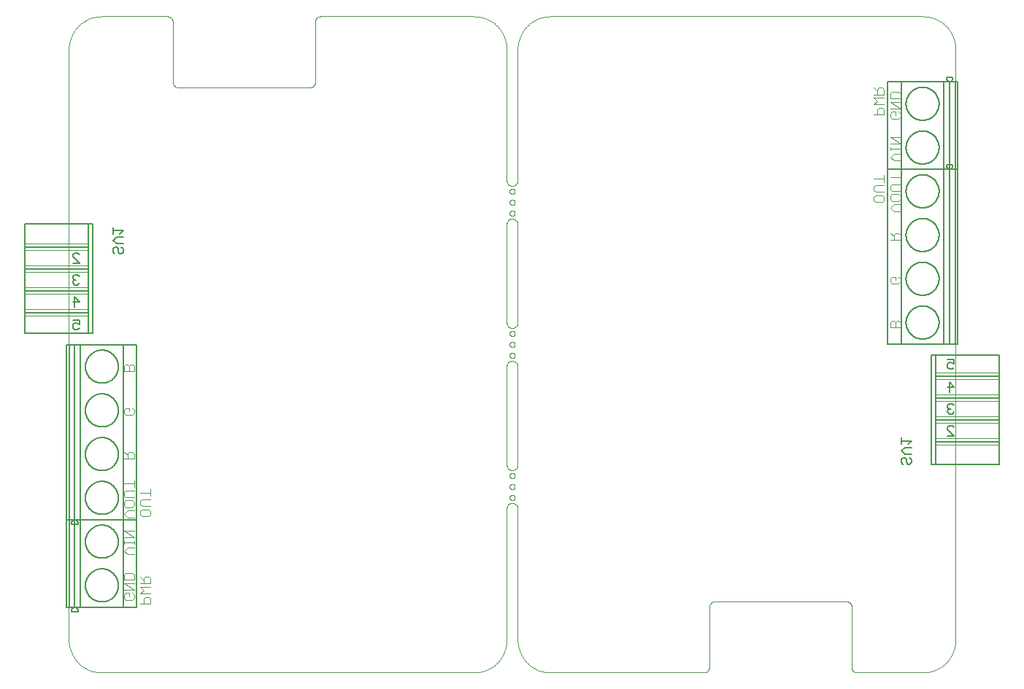
<source format=gbo>
G75*
%MOIN*%
%OFA0B0*%
%FSLAX25Y25*%
%IPPOS*%
%LPD*%
%AMOC8*
5,1,8,0,0,1.08239X$1,22.5*
%
%ADD10C,0.00000*%
%ADD11C,0.00400*%
%ADD12C,0.00500*%
%ADD13C,0.00800*%
%ADD14C,0.00600*%
%ADD15C,0.00200*%
D10*
X0021300Y0021600D02*
X0021300Y0291600D01*
X0021304Y0291962D01*
X0021318Y0292325D01*
X0021339Y0292687D01*
X0021370Y0293048D01*
X0021409Y0293408D01*
X0021457Y0293767D01*
X0021514Y0294125D01*
X0021579Y0294482D01*
X0021653Y0294837D01*
X0021736Y0295190D01*
X0021827Y0295541D01*
X0021926Y0295889D01*
X0022034Y0296235D01*
X0022150Y0296579D01*
X0022275Y0296919D01*
X0022407Y0297256D01*
X0022548Y0297590D01*
X0022697Y0297921D01*
X0022854Y0298248D01*
X0023018Y0298571D01*
X0023190Y0298890D01*
X0023370Y0299204D01*
X0023558Y0299515D01*
X0023753Y0299820D01*
X0023955Y0300121D01*
X0024165Y0300417D01*
X0024381Y0300707D01*
X0024605Y0300993D01*
X0024835Y0301273D01*
X0025072Y0301547D01*
X0025316Y0301815D01*
X0025566Y0302078D01*
X0025822Y0302334D01*
X0026085Y0302584D01*
X0026353Y0302828D01*
X0026627Y0303065D01*
X0026907Y0303295D01*
X0027193Y0303519D01*
X0027483Y0303735D01*
X0027779Y0303945D01*
X0028080Y0304147D01*
X0028385Y0304342D01*
X0028696Y0304530D01*
X0029010Y0304710D01*
X0029329Y0304882D01*
X0029652Y0305046D01*
X0029979Y0305203D01*
X0030310Y0305352D01*
X0030644Y0305493D01*
X0030981Y0305625D01*
X0031321Y0305750D01*
X0031665Y0305866D01*
X0032011Y0305974D01*
X0032359Y0306073D01*
X0032710Y0306164D01*
X0033063Y0306247D01*
X0033418Y0306321D01*
X0033775Y0306386D01*
X0034133Y0306443D01*
X0034492Y0306491D01*
X0034852Y0306530D01*
X0035213Y0306561D01*
X0035575Y0306582D01*
X0035938Y0306596D01*
X0036300Y0306600D01*
X0066300Y0306600D01*
X0066398Y0306598D01*
X0066496Y0306592D01*
X0066594Y0306583D01*
X0066691Y0306569D01*
X0066788Y0306552D01*
X0066884Y0306531D01*
X0066979Y0306506D01*
X0067073Y0306478D01*
X0067165Y0306445D01*
X0067257Y0306410D01*
X0067347Y0306370D01*
X0067435Y0306328D01*
X0067522Y0306281D01*
X0067606Y0306232D01*
X0067689Y0306179D01*
X0067769Y0306123D01*
X0067848Y0306063D01*
X0067924Y0306001D01*
X0067997Y0305936D01*
X0068068Y0305868D01*
X0068136Y0305797D01*
X0068201Y0305724D01*
X0068263Y0305648D01*
X0068323Y0305569D01*
X0068379Y0305489D01*
X0068432Y0305406D01*
X0068481Y0305322D01*
X0068528Y0305235D01*
X0068570Y0305147D01*
X0068610Y0305057D01*
X0068645Y0304965D01*
X0068678Y0304873D01*
X0068706Y0304779D01*
X0068731Y0304684D01*
X0068752Y0304588D01*
X0068769Y0304491D01*
X0068783Y0304394D01*
X0068792Y0304296D01*
X0068798Y0304198D01*
X0068800Y0304100D01*
X0068800Y0276600D01*
X0068802Y0276502D01*
X0068808Y0276404D01*
X0068817Y0276306D01*
X0068831Y0276209D01*
X0068848Y0276112D01*
X0068869Y0276016D01*
X0068894Y0275921D01*
X0068922Y0275827D01*
X0068955Y0275735D01*
X0068990Y0275643D01*
X0069030Y0275553D01*
X0069072Y0275465D01*
X0069119Y0275378D01*
X0069168Y0275294D01*
X0069221Y0275211D01*
X0069277Y0275131D01*
X0069337Y0275052D01*
X0069399Y0274976D01*
X0069464Y0274903D01*
X0069532Y0274832D01*
X0069603Y0274764D01*
X0069676Y0274699D01*
X0069752Y0274637D01*
X0069831Y0274577D01*
X0069911Y0274521D01*
X0069994Y0274468D01*
X0070078Y0274419D01*
X0070165Y0274372D01*
X0070253Y0274330D01*
X0070343Y0274290D01*
X0070435Y0274255D01*
X0070527Y0274222D01*
X0070621Y0274194D01*
X0070716Y0274169D01*
X0070812Y0274148D01*
X0070909Y0274131D01*
X0071006Y0274117D01*
X0071104Y0274108D01*
X0071202Y0274102D01*
X0071300Y0274100D01*
X0131300Y0274100D01*
X0131398Y0274102D01*
X0131496Y0274108D01*
X0131594Y0274117D01*
X0131691Y0274131D01*
X0131788Y0274148D01*
X0131884Y0274169D01*
X0131979Y0274194D01*
X0132073Y0274222D01*
X0132165Y0274255D01*
X0132257Y0274290D01*
X0132347Y0274330D01*
X0132435Y0274372D01*
X0132522Y0274419D01*
X0132606Y0274468D01*
X0132689Y0274521D01*
X0132769Y0274577D01*
X0132848Y0274637D01*
X0132924Y0274699D01*
X0132997Y0274764D01*
X0133068Y0274832D01*
X0133136Y0274903D01*
X0133201Y0274976D01*
X0133263Y0275052D01*
X0133323Y0275131D01*
X0133379Y0275211D01*
X0133432Y0275294D01*
X0133481Y0275378D01*
X0133528Y0275465D01*
X0133570Y0275553D01*
X0133610Y0275643D01*
X0133645Y0275735D01*
X0133678Y0275827D01*
X0133706Y0275921D01*
X0133731Y0276016D01*
X0133752Y0276112D01*
X0133769Y0276209D01*
X0133783Y0276306D01*
X0133792Y0276404D01*
X0133798Y0276502D01*
X0133800Y0276600D01*
X0133800Y0304100D01*
X0133802Y0304198D01*
X0133808Y0304296D01*
X0133817Y0304394D01*
X0133831Y0304491D01*
X0133848Y0304588D01*
X0133869Y0304684D01*
X0133894Y0304779D01*
X0133922Y0304873D01*
X0133955Y0304965D01*
X0133990Y0305057D01*
X0134030Y0305147D01*
X0134072Y0305235D01*
X0134119Y0305322D01*
X0134168Y0305406D01*
X0134221Y0305489D01*
X0134277Y0305569D01*
X0134337Y0305648D01*
X0134399Y0305724D01*
X0134464Y0305797D01*
X0134532Y0305868D01*
X0134603Y0305936D01*
X0134676Y0306001D01*
X0134752Y0306063D01*
X0134831Y0306123D01*
X0134911Y0306179D01*
X0134994Y0306232D01*
X0135078Y0306281D01*
X0135165Y0306328D01*
X0135253Y0306370D01*
X0135343Y0306410D01*
X0135435Y0306445D01*
X0135527Y0306478D01*
X0135621Y0306506D01*
X0135716Y0306531D01*
X0135812Y0306552D01*
X0135909Y0306569D01*
X0136006Y0306583D01*
X0136104Y0306592D01*
X0136202Y0306598D01*
X0136300Y0306600D01*
X0206300Y0306600D01*
X0206662Y0306596D01*
X0207025Y0306582D01*
X0207387Y0306561D01*
X0207748Y0306530D01*
X0208108Y0306491D01*
X0208467Y0306443D01*
X0208825Y0306386D01*
X0209182Y0306321D01*
X0209537Y0306247D01*
X0209890Y0306164D01*
X0210241Y0306073D01*
X0210589Y0305974D01*
X0210935Y0305866D01*
X0211279Y0305750D01*
X0211619Y0305625D01*
X0211956Y0305493D01*
X0212290Y0305352D01*
X0212621Y0305203D01*
X0212948Y0305046D01*
X0213271Y0304882D01*
X0213590Y0304710D01*
X0213904Y0304530D01*
X0214215Y0304342D01*
X0214520Y0304147D01*
X0214821Y0303945D01*
X0215117Y0303735D01*
X0215407Y0303519D01*
X0215693Y0303295D01*
X0215973Y0303065D01*
X0216247Y0302828D01*
X0216515Y0302584D01*
X0216778Y0302334D01*
X0217034Y0302078D01*
X0217284Y0301815D01*
X0217528Y0301547D01*
X0217765Y0301273D01*
X0217995Y0300993D01*
X0218219Y0300707D01*
X0218435Y0300417D01*
X0218645Y0300121D01*
X0218847Y0299820D01*
X0219042Y0299515D01*
X0219230Y0299204D01*
X0219410Y0298890D01*
X0219582Y0298571D01*
X0219746Y0298248D01*
X0219903Y0297921D01*
X0220052Y0297590D01*
X0220193Y0297256D01*
X0220325Y0296919D01*
X0220450Y0296579D01*
X0220566Y0296235D01*
X0220674Y0295889D01*
X0220773Y0295541D01*
X0220864Y0295190D01*
X0220947Y0294837D01*
X0221021Y0294482D01*
X0221086Y0294125D01*
X0221143Y0293767D01*
X0221191Y0293408D01*
X0221230Y0293048D01*
X0221261Y0292687D01*
X0221282Y0292325D01*
X0221296Y0291962D01*
X0221300Y0291600D01*
X0221300Y0231600D01*
X0221302Y0231502D01*
X0221308Y0231404D01*
X0221317Y0231306D01*
X0221331Y0231209D01*
X0221348Y0231112D01*
X0221369Y0231016D01*
X0221394Y0230921D01*
X0221422Y0230827D01*
X0221455Y0230735D01*
X0221490Y0230643D01*
X0221530Y0230553D01*
X0221572Y0230465D01*
X0221619Y0230378D01*
X0221668Y0230294D01*
X0221721Y0230211D01*
X0221777Y0230131D01*
X0221837Y0230052D01*
X0221899Y0229976D01*
X0221964Y0229903D01*
X0222032Y0229832D01*
X0222103Y0229764D01*
X0222176Y0229699D01*
X0222252Y0229637D01*
X0222331Y0229577D01*
X0222411Y0229521D01*
X0222494Y0229468D01*
X0222578Y0229419D01*
X0222665Y0229372D01*
X0222753Y0229330D01*
X0222843Y0229290D01*
X0222935Y0229255D01*
X0223027Y0229222D01*
X0223121Y0229194D01*
X0223216Y0229169D01*
X0223312Y0229148D01*
X0223409Y0229131D01*
X0223506Y0229117D01*
X0223604Y0229108D01*
X0223702Y0229102D01*
X0223800Y0229100D01*
X0223898Y0229102D01*
X0223996Y0229108D01*
X0224094Y0229117D01*
X0224191Y0229131D01*
X0224288Y0229148D01*
X0224384Y0229169D01*
X0224479Y0229194D01*
X0224573Y0229222D01*
X0224665Y0229255D01*
X0224757Y0229290D01*
X0224847Y0229330D01*
X0224935Y0229372D01*
X0225022Y0229419D01*
X0225106Y0229468D01*
X0225189Y0229521D01*
X0225269Y0229577D01*
X0225348Y0229637D01*
X0225424Y0229699D01*
X0225497Y0229764D01*
X0225568Y0229832D01*
X0225636Y0229903D01*
X0225701Y0229976D01*
X0225763Y0230052D01*
X0225823Y0230131D01*
X0225879Y0230211D01*
X0225932Y0230294D01*
X0225981Y0230378D01*
X0226028Y0230465D01*
X0226070Y0230553D01*
X0226110Y0230643D01*
X0226145Y0230735D01*
X0226178Y0230827D01*
X0226206Y0230921D01*
X0226231Y0231016D01*
X0226252Y0231112D01*
X0226269Y0231209D01*
X0226283Y0231306D01*
X0226292Y0231404D01*
X0226298Y0231502D01*
X0226300Y0231600D01*
X0226300Y0291600D01*
X0226304Y0291962D01*
X0226318Y0292325D01*
X0226339Y0292687D01*
X0226370Y0293048D01*
X0226409Y0293408D01*
X0226457Y0293767D01*
X0226514Y0294125D01*
X0226579Y0294482D01*
X0226653Y0294837D01*
X0226736Y0295190D01*
X0226827Y0295541D01*
X0226926Y0295889D01*
X0227034Y0296235D01*
X0227150Y0296579D01*
X0227275Y0296919D01*
X0227407Y0297256D01*
X0227548Y0297590D01*
X0227697Y0297921D01*
X0227854Y0298248D01*
X0228018Y0298571D01*
X0228190Y0298890D01*
X0228370Y0299204D01*
X0228558Y0299515D01*
X0228753Y0299820D01*
X0228955Y0300121D01*
X0229165Y0300417D01*
X0229381Y0300707D01*
X0229605Y0300993D01*
X0229835Y0301273D01*
X0230072Y0301547D01*
X0230316Y0301815D01*
X0230566Y0302078D01*
X0230822Y0302334D01*
X0231085Y0302584D01*
X0231353Y0302828D01*
X0231627Y0303065D01*
X0231907Y0303295D01*
X0232193Y0303519D01*
X0232483Y0303735D01*
X0232779Y0303945D01*
X0233080Y0304147D01*
X0233385Y0304342D01*
X0233696Y0304530D01*
X0234010Y0304710D01*
X0234329Y0304882D01*
X0234652Y0305046D01*
X0234979Y0305203D01*
X0235310Y0305352D01*
X0235644Y0305493D01*
X0235981Y0305625D01*
X0236321Y0305750D01*
X0236665Y0305866D01*
X0237011Y0305974D01*
X0237359Y0306073D01*
X0237710Y0306164D01*
X0238063Y0306247D01*
X0238418Y0306321D01*
X0238775Y0306386D01*
X0239133Y0306443D01*
X0239492Y0306491D01*
X0239852Y0306530D01*
X0240213Y0306561D01*
X0240575Y0306582D01*
X0240938Y0306596D01*
X0241300Y0306600D01*
X0411300Y0306600D01*
X0411662Y0306596D01*
X0412025Y0306582D01*
X0412387Y0306561D01*
X0412748Y0306530D01*
X0413108Y0306491D01*
X0413467Y0306443D01*
X0413825Y0306386D01*
X0414182Y0306321D01*
X0414537Y0306247D01*
X0414890Y0306164D01*
X0415241Y0306073D01*
X0415589Y0305974D01*
X0415935Y0305866D01*
X0416279Y0305750D01*
X0416619Y0305625D01*
X0416956Y0305493D01*
X0417290Y0305352D01*
X0417621Y0305203D01*
X0417948Y0305046D01*
X0418271Y0304882D01*
X0418590Y0304710D01*
X0418904Y0304530D01*
X0419215Y0304342D01*
X0419520Y0304147D01*
X0419821Y0303945D01*
X0420117Y0303735D01*
X0420407Y0303519D01*
X0420693Y0303295D01*
X0420973Y0303065D01*
X0421247Y0302828D01*
X0421515Y0302584D01*
X0421778Y0302334D01*
X0422034Y0302078D01*
X0422284Y0301815D01*
X0422528Y0301547D01*
X0422765Y0301273D01*
X0422995Y0300993D01*
X0423219Y0300707D01*
X0423435Y0300417D01*
X0423645Y0300121D01*
X0423847Y0299820D01*
X0424042Y0299515D01*
X0424230Y0299204D01*
X0424410Y0298890D01*
X0424582Y0298571D01*
X0424746Y0298248D01*
X0424903Y0297921D01*
X0425052Y0297590D01*
X0425193Y0297256D01*
X0425325Y0296919D01*
X0425450Y0296579D01*
X0425566Y0296235D01*
X0425674Y0295889D01*
X0425773Y0295541D01*
X0425864Y0295190D01*
X0425947Y0294837D01*
X0426021Y0294482D01*
X0426086Y0294125D01*
X0426143Y0293767D01*
X0426191Y0293408D01*
X0426230Y0293048D01*
X0426261Y0292687D01*
X0426282Y0292325D01*
X0426296Y0291962D01*
X0426300Y0291600D01*
X0426300Y0021600D01*
X0426296Y0021238D01*
X0426282Y0020875D01*
X0426261Y0020513D01*
X0426230Y0020152D01*
X0426191Y0019792D01*
X0426143Y0019433D01*
X0426086Y0019075D01*
X0426021Y0018718D01*
X0425947Y0018363D01*
X0425864Y0018010D01*
X0425773Y0017659D01*
X0425674Y0017311D01*
X0425566Y0016965D01*
X0425450Y0016621D01*
X0425325Y0016281D01*
X0425193Y0015944D01*
X0425052Y0015610D01*
X0424903Y0015279D01*
X0424746Y0014952D01*
X0424582Y0014629D01*
X0424410Y0014310D01*
X0424230Y0013996D01*
X0424042Y0013685D01*
X0423847Y0013380D01*
X0423645Y0013079D01*
X0423435Y0012783D01*
X0423219Y0012493D01*
X0422995Y0012207D01*
X0422765Y0011927D01*
X0422528Y0011653D01*
X0422284Y0011385D01*
X0422034Y0011122D01*
X0421778Y0010866D01*
X0421515Y0010616D01*
X0421247Y0010372D01*
X0420973Y0010135D01*
X0420693Y0009905D01*
X0420407Y0009681D01*
X0420117Y0009465D01*
X0419821Y0009255D01*
X0419520Y0009053D01*
X0419215Y0008858D01*
X0418904Y0008670D01*
X0418590Y0008490D01*
X0418271Y0008318D01*
X0417948Y0008154D01*
X0417621Y0007997D01*
X0417290Y0007848D01*
X0416956Y0007707D01*
X0416619Y0007575D01*
X0416279Y0007450D01*
X0415935Y0007334D01*
X0415589Y0007226D01*
X0415241Y0007127D01*
X0414890Y0007036D01*
X0414537Y0006953D01*
X0414182Y0006879D01*
X0413825Y0006814D01*
X0413467Y0006757D01*
X0413108Y0006709D01*
X0412748Y0006670D01*
X0412387Y0006639D01*
X0412025Y0006618D01*
X0411662Y0006604D01*
X0411300Y0006600D01*
X0381300Y0006600D01*
X0381202Y0006602D01*
X0381104Y0006608D01*
X0381006Y0006617D01*
X0380909Y0006631D01*
X0380812Y0006648D01*
X0380716Y0006669D01*
X0380621Y0006694D01*
X0380527Y0006722D01*
X0380435Y0006755D01*
X0380343Y0006790D01*
X0380253Y0006830D01*
X0380165Y0006872D01*
X0380078Y0006919D01*
X0379994Y0006968D01*
X0379911Y0007021D01*
X0379831Y0007077D01*
X0379752Y0007137D01*
X0379676Y0007199D01*
X0379603Y0007264D01*
X0379532Y0007332D01*
X0379464Y0007403D01*
X0379399Y0007476D01*
X0379337Y0007552D01*
X0379277Y0007631D01*
X0379221Y0007711D01*
X0379168Y0007794D01*
X0379119Y0007878D01*
X0379072Y0007965D01*
X0379030Y0008053D01*
X0378990Y0008143D01*
X0378955Y0008235D01*
X0378922Y0008327D01*
X0378894Y0008421D01*
X0378869Y0008516D01*
X0378848Y0008612D01*
X0378831Y0008709D01*
X0378817Y0008806D01*
X0378808Y0008904D01*
X0378802Y0009002D01*
X0378800Y0009100D01*
X0378800Y0036600D01*
X0378798Y0036698D01*
X0378792Y0036796D01*
X0378783Y0036894D01*
X0378769Y0036991D01*
X0378752Y0037088D01*
X0378731Y0037184D01*
X0378706Y0037279D01*
X0378678Y0037373D01*
X0378645Y0037465D01*
X0378610Y0037557D01*
X0378570Y0037647D01*
X0378528Y0037735D01*
X0378481Y0037822D01*
X0378432Y0037906D01*
X0378379Y0037989D01*
X0378323Y0038069D01*
X0378263Y0038148D01*
X0378201Y0038224D01*
X0378136Y0038297D01*
X0378068Y0038368D01*
X0377997Y0038436D01*
X0377924Y0038501D01*
X0377848Y0038563D01*
X0377769Y0038623D01*
X0377689Y0038679D01*
X0377606Y0038732D01*
X0377522Y0038781D01*
X0377435Y0038828D01*
X0377347Y0038870D01*
X0377257Y0038910D01*
X0377165Y0038945D01*
X0377073Y0038978D01*
X0376979Y0039006D01*
X0376884Y0039031D01*
X0376788Y0039052D01*
X0376691Y0039069D01*
X0376594Y0039083D01*
X0376496Y0039092D01*
X0376398Y0039098D01*
X0376300Y0039100D01*
X0316300Y0039100D01*
X0316202Y0039098D01*
X0316104Y0039092D01*
X0316006Y0039083D01*
X0315909Y0039069D01*
X0315812Y0039052D01*
X0315716Y0039031D01*
X0315621Y0039006D01*
X0315527Y0038978D01*
X0315435Y0038945D01*
X0315343Y0038910D01*
X0315253Y0038870D01*
X0315165Y0038828D01*
X0315078Y0038781D01*
X0314994Y0038732D01*
X0314911Y0038679D01*
X0314831Y0038623D01*
X0314752Y0038563D01*
X0314676Y0038501D01*
X0314603Y0038436D01*
X0314532Y0038368D01*
X0314464Y0038297D01*
X0314399Y0038224D01*
X0314337Y0038148D01*
X0314277Y0038069D01*
X0314221Y0037989D01*
X0314168Y0037906D01*
X0314119Y0037822D01*
X0314072Y0037735D01*
X0314030Y0037647D01*
X0313990Y0037557D01*
X0313955Y0037465D01*
X0313922Y0037373D01*
X0313894Y0037279D01*
X0313869Y0037184D01*
X0313848Y0037088D01*
X0313831Y0036991D01*
X0313817Y0036894D01*
X0313808Y0036796D01*
X0313802Y0036698D01*
X0313800Y0036600D01*
X0313800Y0009100D01*
X0313798Y0009002D01*
X0313792Y0008904D01*
X0313783Y0008806D01*
X0313769Y0008709D01*
X0313752Y0008612D01*
X0313731Y0008516D01*
X0313706Y0008421D01*
X0313678Y0008327D01*
X0313645Y0008235D01*
X0313610Y0008143D01*
X0313570Y0008053D01*
X0313528Y0007965D01*
X0313481Y0007878D01*
X0313432Y0007794D01*
X0313379Y0007711D01*
X0313323Y0007631D01*
X0313263Y0007552D01*
X0313201Y0007476D01*
X0313136Y0007403D01*
X0313068Y0007332D01*
X0312997Y0007264D01*
X0312924Y0007199D01*
X0312848Y0007137D01*
X0312769Y0007077D01*
X0312689Y0007021D01*
X0312606Y0006968D01*
X0312522Y0006919D01*
X0312435Y0006872D01*
X0312347Y0006830D01*
X0312257Y0006790D01*
X0312165Y0006755D01*
X0312073Y0006722D01*
X0311979Y0006694D01*
X0311884Y0006669D01*
X0311788Y0006648D01*
X0311691Y0006631D01*
X0311594Y0006617D01*
X0311496Y0006608D01*
X0311398Y0006602D01*
X0311300Y0006600D01*
X0241300Y0006600D01*
X0240938Y0006604D01*
X0240575Y0006618D01*
X0240213Y0006639D01*
X0239852Y0006670D01*
X0239492Y0006709D01*
X0239133Y0006757D01*
X0238775Y0006814D01*
X0238418Y0006879D01*
X0238063Y0006953D01*
X0237710Y0007036D01*
X0237359Y0007127D01*
X0237011Y0007226D01*
X0236665Y0007334D01*
X0236321Y0007450D01*
X0235981Y0007575D01*
X0235644Y0007707D01*
X0235310Y0007848D01*
X0234979Y0007997D01*
X0234652Y0008154D01*
X0234329Y0008318D01*
X0234010Y0008490D01*
X0233696Y0008670D01*
X0233385Y0008858D01*
X0233080Y0009053D01*
X0232779Y0009255D01*
X0232483Y0009465D01*
X0232193Y0009681D01*
X0231907Y0009905D01*
X0231627Y0010135D01*
X0231353Y0010372D01*
X0231085Y0010616D01*
X0230822Y0010866D01*
X0230566Y0011122D01*
X0230316Y0011385D01*
X0230072Y0011653D01*
X0229835Y0011927D01*
X0229605Y0012207D01*
X0229381Y0012493D01*
X0229165Y0012783D01*
X0228955Y0013079D01*
X0228753Y0013380D01*
X0228558Y0013685D01*
X0228370Y0013996D01*
X0228190Y0014310D01*
X0228018Y0014629D01*
X0227854Y0014952D01*
X0227697Y0015279D01*
X0227548Y0015610D01*
X0227407Y0015944D01*
X0227275Y0016281D01*
X0227150Y0016621D01*
X0227034Y0016965D01*
X0226926Y0017311D01*
X0226827Y0017659D01*
X0226736Y0018010D01*
X0226653Y0018363D01*
X0226579Y0018718D01*
X0226514Y0019075D01*
X0226457Y0019433D01*
X0226409Y0019792D01*
X0226370Y0020152D01*
X0226339Y0020513D01*
X0226318Y0020875D01*
X0226304Y0021238D01*
X0226300Y0021600D01*
X0226300Y0081600D01*
X0226298Y0081698D01*
X0226292Y0081796D01*
X0226283Y0081894D01*
X0226269Y0081991D01*
X0226252Y0082088D01*
X0226231Y0082184D01*
X0226206Y0082279D01*
X0226178Y0082373D01*
X0226145Y0082465D01*
X0226110Y0082557D01*
X0226070Y0082647D01*
X0226028Y0082735D01*
X0225981Y0082822D01*
X0225932Y0082906D01*
X0225879Y0082989D01*
X0225823Y0083069D01*
X0225763Y0083148D01*
X0225701Y0083224D01*
X0225636Y0083297D01*
X0225568Y0083368D01*
X0225497Y0083436D01*
X0225424Y0083501D01*
X0225348Y0083563D01*
X0225269Y0083623D01*
X0225189Y0083679D01*
X0225106Y0083732D01*
X0225022Y0083781D01*
X0224935Y0083828D01*
X0224847Y0083870D01*
X0224757Y0083910D01*
X0224665Y0083945D01*
X0224573Y0083978D01*
X0224479Y0084006D01*
X0224384Y0084031D01*
X0224288Y0084052D01*
X0224191Y0084069D01*
X0224094Y0084083D01*
X0223996Y0084092D01*
X0223898Y0084098D01*
X0223800Y0084100D01*
X0223702Y0084098D01*
X0223604Y0084092D01*
X0223506Y0084083D01*
X0223409Y0084069D01*
X0223312Y0084052D01*
X0223216Y0084031D01*
X0223121Y0084006D01*
X0223027Y0083978D01*
X0222935Y0083945D01*
X0222843Y0083910D01*
X0222753Y0083870D01*
X0222665Y0083828D01*
X0222578Y0083781D01*
X0222494Y0083732D01*
X0222411Y0083679D01*
X0222331Y0083623D01*
X0222252Y0083563D01*
X0222176Y0083501D01*
X0222103Y0083436D01*
X0222032Y0083368D01*
X0221964Y0083297D01*
X0221899Y0083224D01*
X0221837Y0083148D01*
X0221777Y0083069D01*
X0221721Y0082989D01*
X0221668Y0082906D01*
X0221619Y0082822D01*
X0221572Y0082735D01*
X0221530Y0082647D01*
X0221490Y0082557D01*
X0221455Y0082465D01*
X0221422Y0082373D01*
X0221394Y0082279D01*
X0221369Y0082184D01*
X0221348Y0082088D01*
X0221331Y0081991D01*
X0221317Y0081894D01*
X0221308Y0081796D01*
X0221302Y0081698D01*
X0221300Y0081600D01*
X0221300Y0021600D01*
X0221296Y0021238D01*
X0221282Y0020875D01*
X0221261Y0020513D01*
X0221230Y0020152D01*
X0221191Y0019792D01*
X0221143Y0019433D01*
X0221086Y0019075D01*
X0221021Y0018718D01*
X0220947Y0018363D01*
X0220864Y0018010D01*
X0220773Y0017659D01*
X0220674Y0017311D01*
X0220566Y0016965D01*
X0220450Y0016621D01*
X0220325Y0016281D01*
X0220193Y0015944D01*
X0220052Y0015610D01*
X0219903Y0015279D01*
X0219746Y0014952D01*
X0219582Y0014629D01*
X0219410Y0014310D01*
X0219230Y0013996D01*
X0219042Y0013685D01*
X0218847Y0013380D01*
X0218645Y0013079D01*
X0218435Y0012783D01*
X0218219Y0012493D01*
X0217995Y0012207D01*
X0217765Y0011927D01*
X0217528Y0011653D01*
X0217284Y0011385D01*
X0217034Y0011122D01*
X0216778Y0010866D01*
X0216515Y0010616D01*
X0216247Y0010372D01*
X0215973Y0010135D01*
X0215693Y0009905D01*
X0215407Y0009681D01*
X0215117Y0009465D01*
X0214821Y0009255D01*
X0214520Y0009053D01*
X0214215Y0008858D01*
X0213904Y0008670D01*
X0213590Y0008490D01*
X0213271Y0008318D01*
X0212948Y0008154D01*
X0212621Y0007997D01*
X0212290Y0007848D01*
X0211956Y0007707D01*
X0211619Y0007575D01*
X0211279Y0007450D01*
X0210935Y0007334D01*
X0210589Y0007226D01*
X0210241Y0007127D01*
X0209890Y0007036D01*
X0209537Y0006953D01*
X0209182Y0006879D01*
X0208825Y0006814D01*
X0208467Y0006757D01*
X0208108Y0006709D01*
X0207748Y0006670D01*
X0207387Y0006639D01*
X0207025Y0006618D01*
X0206662Y0006604D01*
X0206300Y0006600D01*
X0036300Y0006600D01*
X0035938Y0006604D01*
X0035575Y0006618D01*
X0035213Y0006639D01*
X0034852Y0006670D01*
X0034492Y0006709D01*
X0034133Y0006757D01*
X0033775Y0006814D01*
X0033418Y0006879D01*
X0033063Y0006953D01*
X0032710Y0007036D01*
X0032359Y0007127D01*
X0032011Y0007226D01*
X0031665Y0007334D01*
X0031321Y0007450D01*
X0030981Y0007575D01*
X0030644Y0007707D01*
X0030310Y0007848D01*
X0029979Y0007997D01*
X0029652Y0008154D01*
X0029329Y0008318D01*
X0029010Y0008490D01*
X0028696Y0008670D01*
X0028385Y0008858D01*
X0028080Y0009053D01*
X0027779Y0009255D01*
X0027483Y0009465D01*
X0027193Y0009681D01*
X0026907Y0009905D01*
X0026627Y0010135D01*
X0026353Y0010372D01*
X0026085Y0010616D01*
X0025822Y0010866D01*
X0025566Y0011122D01*
X0025316Y0011385D01*
X0025072Y0011653D01*
X0024835Y0011927D01*
X0024605Y0012207D01*
X0024381Y0012493D01*
X0024165Y0012783D01*
X0023955Y0013079D01*
X0023753Y0013380D01*
X0023558Y0013685D01*
X0023370Y0013996D01*
X0023190Y0014310D01*
X0023018Y0014629D01*
X0022854Y0014952D01*
X0022697Y0015279D01*
X0022548Y0015610D01*
X0022407Y0015944D01*
X0022275Y0016281D01*
X0022150Y0016621D01*
X0022034Y0016965D01*
X0021926Y0017311D01*
X0021827Y0017659D01*
X0021736Y0018010D01*
X0021653Y0018363D01*
X0021579Y0018718D01*
X0021514Y0019075D01*
X0021457Y0019433D01*
X0021409Y0019792D01*
X0021370Y0020152D01*
X0021339Y0020513D01*
X0021318Y0020875D01*
X0021304Y0021238D01*
X0021300Y0021600D01*
X0221300Y0101600D02*
X0221300Y0146600D01*
X0221302Y0146698D01*
X0221308Y0146796D01*
X0221317Y0146894D01*
X0221331Y0146991D01*
X0221348Y0147088D01*
X0221369Y0147184D01*
X0221394Y0147279D01*
X0221422Y0147373D01*
X0221455Y0147465D01*
X0221490Y0147557D01*
X0221530Y0147647D01*
X0221572Y0147735D01*
X0221619Y0147822D01*
X0221668Y0147906D01*
X0221721Y0147989D01*
X0221777Y0148069D01*
X0221837Y0148148D01*
X0221899Y0148224D01*
X0221964Y0148297D01*
X0222032Y0148368D01*
X0222103Y0148436D01*
X0222176Y0148501D01*
X0222252Y0148563D01*
X0222331Y0148623D01*
X0222411Y0148679D01*
X0222494Y0148732D01*
X0222578Y0148781D01*
X0222665Y0148828D01*
X0222753Y0148870D01*
X0222843Y0148910D01*
X0222935Y0148945D01*
X0223027Y0148978D01*
X0223121Y0149006D01*
X0223216Y0149031D01*
X0223312Y0149052D01*
X0223409Y0149069D01*
X0223506Y0149083D01*
X0223604Y0149092D01*
X0223702Y0149098D01*
X0223800Y0149100D01*
X0223898Y0149098D01*
X0223996Y0149092D01*
X0224094Y0149083D01*
X0224191Y0149069D01*
X0224288Y0149052D01*
X0224384Y0149031D01*
X0224479Y0149006D01*
X0224573Y0148978D01*
X0224665Y0148945D01*
X0224757Y0148910D01*
X0224847Y0148870D01*
X0224935Y0148828D01*
X0225022Y0148781D01*
X0225106Y0148732D01*
X0225189Y0148679D01*
X0225269Y0148623D01*
X0225348Y0148563D01*
X0225424Y0148501D01*
X0225497Y0148436D01*
X0225568Y0148368D01*
X0225636Y0148297D01*
X0225701Y0148224D01*
X0225763Y0148148D01*
X0225823Y0148069D01*
X0225879Y0147989D01*
X0225932Y0147906D01*
X0225981Y0147822D01*
X0226028Y0147735D01*
X0226070Y0147647D01*
X0226110Y0147557D01*
X0226145Y0147465D01*
X0226178Y0147373D01*
X0226206Y0147279D01*
X0226231Y0147184D01*
X0226252Y0147088D01*
X0226269Y0146991D01*
X0226283Y0146894D01*
X0226292Y0146796D01*
X0226298Y0146698D01*
X0226300Y0146600D01*
X0226300Y0101600D01*
X0226298Y0101502D01*
X0226292Y0101404D01*
X0226283Y0101306D01*
X0226269Y0101209D01*
X0226252Y0101112D01*
X0226231Y0101016D01*
X0226206Y0100921D01*
X0226178Y0100827D01*
X0226145Y0100735D01*
X0226110Y0100643D01*
X0226070Y0100553D01*
X0226028Y0100465D01*
X0225981Y0100378D01*
X0225932Y0100294D01*
X0225879Y0100211D01*
X0225823Y0100131D01*
X0225763Y0100052D01*
X0225701Y0099976D01*
X0225636Y0099903D01*
X0225568Y0099832D01*
X0225497Y0099764D01*
X0225424Y0099699D01*
X0225348Y0099637D01*
X0225269Y0099577D01*
X0225189Y0099521D01*
X0225106Y0099468D01*
X0225022Y0099419D01*
X0224935Y0099372D01*
X0224847Y0099330D01*
X0224757Y0099290D01*
X0224665Y0099255D01*
X0224573Y0099222D01*
X0224479Y0099194D01*
X0224384Y0099169D01*
X0224288Y0099148D01*
X0224191Y0099131D01*
X0224094Y0099117D01*
X0223996Y0099108D01*
X0223898Y0099102D01*
X0223800Y0099100D01*
X0223702Y0099102D01*
X0223604Y0099108D01*
X0223506Y0099117D01*
X0223409Y0099131D01*
X0223312Y0099148D01*
X0223216Y0099169D01*
X0223121Y0099194D01*
X0223027Y0099222D01*
X0222935Y0099255D01*
X0222843Y0099290D01*
X0222753Y0099330D01*
X0222665Y0099372D01*
X0222578Y0099419D01*
X0222494Y0099468D01*
X0222411Y0099521D01*
X0222331Y0099577D01*
X0222252Y0099637D01*
X0222176Y0099699D01*
X0222103Y0099764D01*
X0222032Y0099832D01*
X0221964Y0099903D01*
X0221899Y0099976D01*
X0221837Y0100052D01*
X0221777Y0100131D01*
X0221721Y0100211D01*
X0221668Y0100294D01*
X0221619Y0100378D01*
X0221572Y0100465D01*
X0221530Y0100553D01*
X0221490Y0100643D01*
X0221455Y0100735D01*
X0221422Y0100827D01*
X0221394Y0100921D01*
X0221369Y0101016D01*
X0221348Y0101112D01*
X0221331Y0101209D01*
X0221317Y0101306D01*
X0221308Y0101404D01*
X0221302Y0101502D01*
X0221300Y0101600D01*
X0222619Y0096600D02*
X0222621Y0096669D01*
X0222627Y0096737D01*
X0222637Y0096805D01*
X0222651Y0096872D01*
X0222669Y0096939D01*
X0222690Y0097004D01*
X0222716Y0097068D01*
X0222745Y0097130D01*
X0222777Y0097190D01*
X0222813Y0097249D01*
X0222853Y0097305D01*
X0222895Y0097359D01*
X0222941Y0097410D01*
X0222990Y0097459D01*
X0223041Y0097505D01*
X0223095Y0097547D01*
X0223151Y0097587D01*
X0223209Y0097623D01*
X0223270Y0097655D01*
X0223332Y0097684D01*
X0223396Y0097710D01*
X0223461Y0097731D01*
X0223528Y0097749D01*
X0223595Y0097763D01*
X0223663Y0097773D01*
X0223731Y0097779D01*
X0223800Y0097781D01*
X0223869Y0097779D01*
X0223937Y0097773D01*
X0224005Y0097763D01*
X0224072Y0097749D01*
X0224139Y0097731D01*
X0224204Y0097710D01*
X0224268Y0097684D01*
X0224330Y0097655D01*
X0224390Y0097623D01*
X0224449Y0097587D01*
X0224505Y0097547D01*
X0224559Y0097505D01*
X0224610Y0097459D01*
X0224659Y0097410D01*
X0224705Y0097359D01*
X0224747Y0097305D01*
X0224787Y0097249D01*
X0224823Y0097190D01*
X0224855Y0097130D01*
X0224884Y0097068D01*
X0224910Y0097004D01*
X0224931Y0096939D01*
X0224949Y0096872D01*
X0224963Y0096805D01*
X0224973Y0096737D01*
X0224979Y0096669D01*
X0224981Y0096600D01*
X0224979Y0096531D01*
X0224973Y0096463D01*
X0224963Y0096395D01*
X0224949Y0096328D01*
X0224931Y0096261D01*
X0224910Y0096196D01*
X0224884Y0096132D01*
X0224855Y0096070D01*
X0224823Y0096009D01*
X0224787Y0095951D01*
X0224747Y0095895D01*
X0224705Y0095841D01*
X0224659Y0095790D01*
X0224610Y0095741D01*
X0224559Y0095695D01*
X0224505Y0095653D01*
X0224449Y0095613D01*
X0224391Y0095577D01*
X0224330Y0095545D01*
X0224268Y0095516D01*
X0224204Y0095490D01*
X0224139Y0095469D01*
X0224072Y0095451D01*
X0224005Y0095437D01*
X0223937Y0095427D01*
X0223869Y0095421D01*
X0223800Y0095419D01*
X0223731Y0095421D01*
X0223663Y0095427D01*
X0223595Y0095437D01*
X0223528Y0095451D01*
X0223461Y0095469D01*
X0223396Y0095490D01*
X0223332Y0095516D01*
X0223270Y0095545D01*
X0223209Y0095577D01*
X0223151Y0095613D01*
X0223095Y0095653D01*
X0223041Y0095695D01*
X0222990Y0095741D01*
X0222941Y0095790D01*
X0222895Y0095841D01*
X0222853Y0095895D01*
X0222813Y0095951D01*
X0222777Y0096009D01*
X0222745Y0096070D01*
X0222716Y0096132D01*
X0222690Y0096196D01*
X0222669Y0096261D01*
X0222651Y0096328D01*
X0222637Y0096395D01*
X0222627Y0096463D01*
X0222621Y0096531D01*
X0222619Y0096600D01*
X0222619Y0091600D02*
X0222621Y0091669D01*
X0222627Y0091737D01*
X0222637Y0091805D01*
X0222651Y0091872D01*
X0222669Y0091939D01*
X0222690Y0092004D01*
X0222716Y0092068D01*
X0222745Y0092130D01*
X0222777Y0092190D01*
X0222813Y0092249D01*
X0222853Y0092305D01*
X0222895Y0092359D01*
X0222941Y0092410D01*
X0222990Y0092459D01*
X0223041Y0092505D01*
X0223095Y0092547D01*
X0223151Y0092587D01*
X0223209Y0092623D01*
X0223270Y0092655D01*
X0223332Y0092684D01*
X0223396Y0092710D01*
X0223461Y0092731D01*
X0223528Y0092749D01*
X0223595Y0092763D01*
X0223663Y0092773D01*
X0223731Y0092779D01*
X0223800Y0092781D01*
X0223869Y0092779D01*
X0223937Y0092773D01*
X0224005Y0092763D01*
X0224072Y0092749D01*
X0224139Y0092731D01*
X0224204Y0092710D01*
X0224268Y0092684D01*
X0224330Y0092655D01*
X0224390Y0092623D01*
X0224449Y0092587D01*
X0224505Y0092547D01*
X0224559Y0092505D01*
X0224610Y0092459D01*
X0224659Y0092410D01*
X0224705Y0092359D01*
X0224747Y0092305D01*
X0224787Y0092249D01*
X0224823Y0092190D01*
X0224855Y0092130D01*
X0224884Y0092068D01*
X0224910Y0092004D01*
X0224931Y0091939D01*
X0224949Y0091872D01*
X0224963Y0091805D01*
X0224973Y0091737D01*
X0224979Y0091669D01*
X0224981Y0091600D01*
X0224979Y0091531D01*
X0224973Y0091463D01*
X0224963Y0091395D01*
X0224949Y0091328D01*
X0224931Y0091261D01*
X0224910Y0091196D01*
X0224884Y0091132D01*
X0224855Y0091070D01*
X0224823Y0091009D01*
X0224787Y0090951D01*
X0224747Y0090895D01*
X0224705Y0090841D01*
X0224659Y0090790D01*
X0224610Y0090741D01*
X0224559Y0090695D01*
X0224505Y0090653D01*
X0224449Y0090613D01*
X0224391Y0090577D01*
X0224330Y0090545D01*
X0224268Y0090516D01*
X0224204Y0090490D01*
X0224139Y0090469D01*
X0224072Y0090451D01*
X0224005Y0090437D01*
X0223937Y0090427D01*
X0223869Y0090421D01*
X0223800Y0090419D01*
X0223731Y0090421D01*
X0223663Y0090427D01*
X0223595Y0090437D01*
X0223528Y0090451D01*
X0223461Y0090469D01*
X0223396Y0090490D01*
X0223332Y0090516D01*
X0223270Y0090545D01*
X0223209Y0090577D01*
X0223151Y0090613D01*
X0223095Y0090653D01*
X0223041Y0090695D01*
X0222990Y0090741D01*
X0222941Y0090790D01*
X0222895Y0090841D01*
X0222853Y0090895D01*
X0222813Y0090951D01*
X0222777Y0091009D01*
X0222745Y0091070D01*
X0222716Y0091132D01*
X0222690Y0091196D01*
X0222669Y0091261D01*
X0222651Y0091328D01*
X0222637Y0091395D01*
X0222627Y0091463D01*
X0222621Y0091531D01*
X0222619Y0091600D01*
X0222619Y0086600D02*
X0222621Y0086669D01*
X0222627Y0086737D01*
X0222637Y0086805D01*
X0222651Y0086872D01*
X0222669Y0086939D01*
X0222690Y0087004D01*
X0222716Y0087068D01*
X0222745Y0087130D01*
X0222777Y0087190D01*
X0222813Y0087249D01*
X0222853Y0087305D01*
X0222895Y0087359D01*
X0222941Y0087410D01*
X0222990Y0087459D01*
X0223041Y0087505D01*
X0223095Y0087547D01*
X0223151Y0087587D01*
X0223209Y0087623D01*
X0223270Y0087655D01*
X0223332Y0087684D01*
X0223396Y0087710D01*
X0223461Y0087731D01*
X0223528Y0087749D01*
X0223595Y0087763D01*
X0223663Y0087773D01*
X0223731Y0087779D01*
X0223800Y0087781D01*
X0223869Y0087779D01*
X0223937Y0087773D01*
X0224005Y0087763D01*
X0224072Y0087749D01*
X0224139Y0087731D01*
X0224204Y0087710D01*
X0224268Y0087684D01*
X0224330Y0087655D01*
X0224390Y0087623D01*
X0224449Y0087587D01*
X0224505Y0087547D01*
X0224559Y0087505D01*
X0224610Y0087459D01*
X0224659Y0087410D01*
X0224705Y0087359D01*
X0224747Y0087305D01*
X0224787Y0087249D01*
X0224823Y0087190D01*
X0224855Y0087130D01*
X0224884Y0087068D01*
X0224910Y0087004D01*
X0224931Y0086939D01*
X0224949Y0086872D01*
X0224963Y0086805D01*
X0224973Y0086737D01*
X0224979Y0086669D01*
X0224981Y0086600D01*
X0224979Y0086531D01*
X0224973Y0086463D01*
X0224963Y0086395D01*
X0224949Y0086328D01*
X0224931Y0086261D01*
X0224910Y0086196D01*
X0224884Y0086132D01*
X0224855Y0086070D01*
X0224823Y0086009D01*
X0224787Y0085951D01*
X0224747Y0085895D01*
X0224705Y0085841D01*
X0224659Y0085790D01*
X0224610Y0085741D01*
X0224559Y0085695D01*
X0224505Y0085653D01*
X0224449Y0085613D01*
X0224391Y0085577D01*
X0224330Y0085545D01*
X0224268Y0085516D01*
X0224204Y0085490D01*
X0224139Y0085469D01*
X0224072Y0085451D01*
X0224005Y0085437D01*
X0223937Y0085427D01*
X0223869Y0085421D01*
X0223800Y0085419D01*
X0223731Y0085421D01*
X0223663Y0085427D01*
X0223595Y0085437D01*
X0223528Y0085451D01*
X0223461Y0085469D01*
X0223396Y0085490D01*
X0223332Y0085516D01*
X0223270Y0085545D01*
X0223209Y0085577D01*
X0223151Y0085613D01*
X0223095Y0085653D01*
X0223041Y0085695D01*
X0222990Y0085741D01*
X0222941Y0085790D01*
X0222895Y0085841D01*
X0222853Y0085895D01*
X0222813Y0085951D01*
X0222777Y0086009D01*
X0222745Y0086070D01*
X0222716Y0086132D01*
X0222690Y0086196D01*
X0222669Y0086261D01*
X0222651Y0086328D01*
X0222637Y0086395D01*
X0222627Y0086463D01*
X0222621Y0086531D01*
X0222619Y0086600D01*
X0222619Y0151600D02*
X0222621Y0151669D01*
X0222627Y0151737D01*
X0222637Y0151805D01*
X0222651Y0151872D01*
X0222669Y0151939D01*
X0222690Y0152004D01*
X0222716Y0152068D01*
X0222745Y0152130D01*
X0222777Y0152190D01*
X0222813Y0152249D01*
X0222853Y0152305D01*
X0222895Y0152359D01*
X0222941Y0152410D01*
X0222990Y0152459D01*
X0223041Y0152505D01*
X0223095Y0152547D01*
X0223151Y0152587D01*
X0223209Y0152623D01*
X0223270Y0152655D01*
X0223332Y0152684D01*
X0223396Y0152710D01*
X0223461Y0152731D01*
X0223528Y0152749D01*
X0223595Y0152763D01*
X0223663Y0152773D01*
X0223731Y0152779D01*
X0223800Y0152781D01*
X0223869Y0152779D01*
X0223937Y0152773D01*
X0224005Y0152763D01*
X0224072Y0152749D01*
X0224139Y0152731D01*
X0224204Y0152710D01*
X0224268Y0152684D01*
X0224330Y0152655D01*
X0224390Y0152623D01*
X0224449Y0152587D01*
X0224505Y0152547D01*
X0224559Y0152505D01*
X0224610Y0152459D01*
X0224659Y0152410D01*
X0224705Y0152359D01*
X0224747Y0152305D01*
X0224787Y0152249D01*
X0224823Y0152190D01*
X0224855Y0152130D01*
X0224884Y0152068D01*
X0224910Y0152004D01*
X0224931Y0151939D01*
X0224949Y0151872D01*
X0224963Y0151805D01*
X0224973Y0151737D01*
X0224979Y0151669D01*
X0224981Y0151600D01*
X0224979Y0151531D01*
X0224973Y0151463D01*
X0224963Y0151395D01*
X0224949Y0151328D01*
X0224931Y0151261D01*
X0224910Y0151196D01*
X0224884Y0151132D01*
X0224855Y0151070D01*
X0224823Y0151009D01*
X0224787Y0150951D01*
X0224747Y0150895D01*
X0224705Y0150841D01*
X0224659Y0150790D01*
X0224610Y0150741D01*
X0224559Y0150695D01*
X0224505Y0150653D01*
X0224449Y0150613D01*
X0224391Y0150577D01*
X0224330Y0150545D01*
X0224268Y0150516D01*
X0224204Y0150490D01*
X0224139Y0150469D01*
X0224072Y0150451D01*
X0224005Y0150437D01*
X0223937Y0150427D01*
X0223869Y0150421D01*
X0223800Y0150419D01*
X0223731Y0150421D01*
X0223663Y0150427D01*
X0223595Y0150437D01*
X0223528Y0150451D01*
X0223461Y0150469D01*
X0223396Y0150490D01*
X0223332Y0150516D01*
X0223270Y0150545D01*
X0223209Y0150577D01*
X0223151Y0150613D01*
X0223095Y0150653D01*
X0223041Y0150695D01*
X0222990Y0150741D01*
X0222941Y0150790D01*
X0222895Y0150841D01*
X0222853Y0150895D01*
X0222813Y0150951D01*
X0222777Y0151009D01*
X0222745Y0151070D01*
X0222716Y0151132D01*
X0222690Y0151196D01*
X0222669Y0151261D01*
X0222651Y0151328D01*
X0222637Y0151395D01*
X0222627Y0151463D01*
X0222621Y0151531D01*
X0222619Y0151600D01*
X0222619Y0156600D02*
X0222621Y0156669D01*
X0222627Y0156737D01*
X0222637Y0156805D01*
X0222651Y0156872D01*
X0222669Y0156939D01*
X0222690Y0157004D01*
X0222716Y0157068D01*
X0222745Y0157130D01*
X0222777Y0157190D01*
X0222813Y0157249D01*
X0222853Y0157305D01*
X0222895Y0157359D01*
X0222941Y0157410D01*
X0222990Y0157459D01*
X0223041Y0157505D01*
X0223095Y0157547D01*
X0223151Y0157587D01*
X0223209Y0157623D01*
X0223270Y0157655D01*
X0223332Y0157684D01*
X0223396Y0157710D01*
X0223461Y0157731D01*
X0223528Y0157749D01*
X0223595Y0157763D01*
X0223663Y0157773D01*
X0223731Y0157779D01*
X0223800Y0157781D01*
X0223869Y0157779D01*
X0223937Y0157773D01*
X0224005Y0157763D01*
X0224072Y0157749D01*
X0224139Y0157731D01*
X0224204Y0157710D01*
X0224268Y0157684D01*
X0224330Y0157655D01*
X0224390Y0157623D01*
X0224449Y0157587D01*
X0224505Y0157547D01*
X0224559Y0157505D01*
X0224610Y0157459D01*
X0224659Y0157410D01*
X0224705Y0157359D01*
X0224747Y0157305D01*
X0224787Y0157249D01*
X0224823Y0157190D01*
X0224855Y0157130D01*
X0224884Y0157068D01*
X0224910Y0157004D01*
X0224931Y0156939D01*
X0224949Y0156872D01*
X0224963Y0156805D01*
X0224973Y0156737D01*
X0224979Y0156669D01*
X0224981Y0156600D01*
X0224979Y0156531D01*
X0224973Y0156463D01*
X0224963Y0156395D01*
X0224949Y0156328D01*
X0224931Y0156261D01*
X0224910Y0156196D01*
X0224884Y0156132D01*
X0224855Y0156070D01*
X0224823Y0156009D01*
X0224787Y0155951D01*
X0224747Y0155895D01*
X0224705Y0155841D01*
X0224659Y0155790D01*
X0224610Y0155741D01*
X0224559Y0155695D01*
X0224505Y0155653D01*
X0224449Y0155613D01*
X0224391Y0155577D01*
X0224330Y0155545D01*
X0224268Y0155516D01*
X0224204Y0155490D01*
X0224139Y0155469D01*
X0224072Y0155451D01*
X0224005Y0155437D01*
X0223937Y0155427D01*
X0223869Y0155421D01*
X0223800Y0155419D01*
X0223731Y0155421D01*
X0223663Y0155427D01*
X0223595Y0155437D01*
X0223528Y0155451D01*
X0223461Y0155469D01*
X0223396Y0155490D01*
X0223332Y0155516D01*
X0223270Y0155545D01*
X0223209Y0155577D01*
X0223151Y0155613D01*
X0223095Y0155653D01*
X0223041Y0155695D01*
X0222990Y0155741D01*
X0222941Y0155790D01*
X0222895Y0155841D01*
X0222853Y0155895D01*
X0222813Y0155951D01*
X0222777Y0156009D01*
X0222745Y0156070D01*
X0222716Y0156132D01*
X0222690Y0156196D01*
X0222669Y0156261D01*
X0222651Y0156328D01*
X0222637Y0156395D01*
X0222627Y0156463D01*
X0222621Y0156531D01*
X0222619Y0156600D01*
X0222619Y0161600D02*
X0222621Y0161669D01*
X0222627Y0161737D01*
X0222637Y0161805D01*
X0222651Y0161872D01*
X0222669Y0161939D01*
X0222690Y0162004D01*
X0222716Y0162068D01*
X0222745Y0162130D01*
X0222777Y0162190D01*
X0222813Y0162249D01*
X0222853Y0162305D01*
X0222895Y0162359D01*
X0222941Y0162410D01*
X0222990Y0162459D01*
X0223041Y0162505D01*
X0223095Y0162547D01*
X0223151Y0162587D01*
X0223209Y0162623D01*
X0223270Y0162655D01*
X0223332Y0162684D01*
X0223396Y0162710D01*
X0223461Y0162731D01*
X0223528Y0162749D01*
X0223595Y0162763D01*
X0223663Y0162773D01*
X0223731Y0162779D01*
X0223800Y0162781D01*
X0223869Y0162779D01*
X0223937Y0162773D01*
X0224005Y0162763D01*
X0224072Y0162749D01*
X0224139Y0162731D01*
X0224204Y0162710D01*
X0224268Y0162684D01*
X0224330Y0162655D01*
X0224390Y0162623D01*
X0224449Y0162587D01*
X0224505Y0162547D01*
X0224559Y0162505D01*
X0224610Y0162459D01*
X0224659Y0162410D01*
X0224705Y0162359D01*
X0224747Y0162305D01*
X0224787Y0162249D01*
X0224823Y0162190D01*
X0224855Y0162130D01*
X0224884Y0162068D01*
X0224910Y0162004D01*
X0224931Y0161939D01*
X0224949Y0161872D01*
X0224963Y0161805D01*
X0224973Y0161737D01*
X0224979Y0161669D01*
X0224981Y0161600D01*
X0224979Y0161531D01*
X0224973Y0161463D01*
X0224963Y0161395D01*
X0224949Y0161328D01*
X0224931Y0161261D01*
X0224910Y0161196D01*
X0224884Y0161132D01*
X0224855Y0161070D01*
X0224823Y0161009D01*
X0224787Y0160951D01*
X0224747Y0160895D01*
X0224705Y0160841D01*
X0224659Y0160790D01*
X0224610Y0160741D01*
X0224559Y0160695D01*
X0224505Y0160653D01*
X0224449Y0160613D01*
X0224391Y0160577D01*
X0224330Y0160545D01*
X0224268Y0160516D01*
X0224204Y0160490D01*
X0224139Y0160469D01*
X0224072Y0160451D01*
X0224005Y0160437D01*
X0223937Y0160427D01*
X0223869Y0160421D01*
X0223800Y0160419D01*
X0223731Y0160421D01*
X0223663Y0160427D01*
X0223595Y0160437D01*
X0223528Y0160451D01*
X0223461Y0160469D01*
X0223396Y0160490D01*
X0223332Y0160516D01*
X0223270Y0160545D01*
X0223209Y0160577D01*
X0223151Y0160613D01*
X0223095Y0160653D01*
X0223041Y0160695D01*
X0222990Y0160741D01*
X0222941Y0160790D01*
X0222895Y0160841D01*
X0222853Y0160895D01*
X0222813Y0160951D01*
X0222777Y0161009D01*
X0222745Y0161070D01*
X0222716Y0161132D01*
X0222690Y0161196D01*
X0222669Y0161261D01*
X0222651Y0161328D01*
X0222637Y0161395D01*
X0222627Y0161463D01*
X0222621Y0161531D01*
X0222619Y0161600D01*
X0221300Y0166600D02*
X0221302Y0166502D01*
X0221308Y0166404D01*
X0221317Y0166306D01*
X0221331Y0166209D01*
X0221348Y0166112D01*
X0221369Y0166016D01*
X0221394Y0165921D01*
X0221422Y0165827D01*
X0221455Y0165735D01*
X0221490Y0165643D01*
X0221530Y0165553D01*
X0221572Y0165465D01*
X0221619Y0165378D01*
X0221668Y0165294D01*
X0221721Y0165211D01*
X0221777Y0165131D01*
X0221837Y0165052D01*
X0221899Y0164976D01*
X0221964Y0164903D01*
X0222032Y0164832D01*
X0222103Y0164764D01*
X0222176Y0164699D01*
X0222252Y0164637D01*
X0222331Y0164577D01*
X0222411Y0164521D01*
X0222494Y0164468D01*
X0222578Y0164419D01*
X0222665Y0164372D01*
X0222753Y0164330D01*
X0222843Y0164290D01*
X0222935Y0164255D01*
X0223027Y0164222D01*
X0223121Y0164194D01*
X0223216Y0164169D01*
X0223312Y0164148D01*
X0223409Y0164131D01*
X0223506Y0164117D01*
X0223604Y0164108D01*
X0223702Y0164102D01*
X0223800Y0164100D01*
X0223898Y0164102D01*
X0223996Y0164108D01*
X0224094Y0164117D01*
X0224191Y0164131D01*
X0224288Y0164148D01*
X0224384Y0164169D01*
X0224479Y0164194D01*
X0224573Y0164222D01*
X0224665Y0164255D01*
X0224757Y0164290D01*
X0224847Y0164330D01*
X0224935Y0164372D01*
X0225022Y0164419D01*
X0225106Y0164468D01*
X0225189Y0164521D01*
X0225269Y0164577D01*
X0225348Y0164637D01*
X0225424Y0164699D01*
X0225497Y0164764D01*
X0225568Y0164832D01*
X0225636Y0164903D01*
X0225701Y0164976D01*
X0225763Y0165052D01*
X0225823Y0165131D01*
X0225879Y0165211D01*
X0225932Y0165294D01*
X0225981Y0165378D01*
X0226028Y0165465D01*
X0226070Y0165553D01*
X0226110Y0165643D01*
X0226145Y0165735D01*
X0226178Y0165827D01*
X0226206Y0165921D01*
X0226231Y0166016D01*
X0226252Y0166112D01*
X0226269Y0166209D01*
X0226283Y0166306D01*
X0226292Y0166404D01*
X0226298Y0166502D01*
X0226300Y0166600D01*
X0226300Y0211600D01*
X0226298Y0211698D01*
X0226292Y0211796D01*
X0226283Y0211894D01*
X0226269Y0211991D01*
X0226252Y0212088D01*
X0226231Y0212184D01*
X0226206Y0212279D01*
X0226178Y0212373D01*
X0226145Y0212465D01*
X0226110Y0212557D01*
X0226070Y0212647D01*
X0226028Y0212735D01*
X0225981Y0212822D01*
X0225932Y0212906D01*
X0225879Y0212989D01*
X0225823Y0213069D01*
X0225763Y0213148D01*
X0225701Y0213224D01*
X0225636Y0213297D01*
X0225568Y0213368D01*
X0225497Y0213436D01*
X0225424Y0213501D01*
X0225348Y0213563D01*
X0225269Y0213623D01*
X0225189Y0213679D01*
X0225106Y0213732D01*
X0225022Y0213781D01*
X0224935Y0213828D01*
X0224847Y0213870D01*
X0224757Y0213910D01*
X0224665Y0213945D01*
X0224573Y0213978D01*
X0224479Y0214006D01*
X0224384Y0214031D01*
X0224288Y0214052D01*
X0224191Y0214069D01*
X0224094Y0214083D01*
X0223996Y0214092D01*
X0223898Y0214098D01*
X0223800Y0214100D01*
X0223702Y0214098D01*
X0223604Y0214092D01*
X0223506Y0214083D01*
X0223409Y0214069D01*
X0223312Y0214052D01*
X0223216Y0214031D01*
X0223121Y0214006D01*
X0223027Y0213978D01*
X0222935Y0213945D01*
X0222843Y0213910D01*
X0222753Y0213870D01*
X0222665Y0213828D01*
X0222578Y0213781D01*
X0222494Y0213732D01*
X0222411Y0213679D01*
X0222331Y0213623D01*
X0222252Y0213563D01*
X0222176Y0213501D01*
X0222103Y0213436D01*
X0222032Y0213368D01*
X0221964Y0213297D01*
X0221899Y0213224D01*
X0221837Y0213148D01*
X0221777Y0213069D01*
X0221721Y0212989D01*
X0221668Y0212906D01*
X0221619Y0212822D01*
X0221572Y0212735D01*
X0221530Y0212647D01*
X0221490Y0212557D01*
X0221455Y0212465D01*
X0221422Y0212373D01*
X0221394Y0212279D01*
X0221369Y0212184D01*
X0221348Y0212088D01*
X0221331Y0211991D01*
X0221317Y0211894D01*
X0221308Y0211796D01*
X0221302Y0211698D01*
X0221300Y0211600D01*
X0221300Y0166600D01*
X0222619Y0216600D02*
X0222621Y0216669D01*
X0222627Y0216737D01*
X0222637Y0216805D01*
X0222651Y0216872D01*
X0222669Y0216939D01*
X0222690Y0217004D01*
X0222716Y0217068D01*
X0222745Y0217130D01*
X0222777Y0217190D01*
X0222813Y0217249D01*
X0222853Y0217305D01*
X0222895Y0217359D01*
X0222941Y0217410D01*
X0222990Y0217459D01*
X0223041Y0217505D01*
X0223095Y0217547D01*
X0223151Y0217587D01*
X0223209Y0217623D01*
X0223270Y0217655D01*
X0223332Y0217684D01*
X0223396Y0217710D01*
X0223461Y0217731D01*
X0223528Y0217749D01*
X0223595Y0217763D01*
X0223663Y0217773D01*
X0223731Y0217779D01*
X0223800Y0217781D01*
X0223869Y0217779D01*
X0223937Y0217773D01*
X0224005Y0217763D01*
X0224072Y0217749D01*
X0224139Y0217731D01*
X0224204Y0217710D01*
X0224268Y0217684D01*
X0224330Y0217655D01*
X0224390Y0217623D01*
X0224449Y0217587D01*
X0224505Y0217547D01*
X0224559Y0217505D01*
X0224610Y0217459D01*
X0224659Y0217410D01*
X0224705Y0217359D01*
X0224747Y0217305D01*
X0224787Y0217249D01*
X0224823Y0217190D01*
X0224855Y0217130D01*
X0224884Y0217068D01*
X0224910Y0217004D01*
X0224931Y0216939D01*
X0224949Y0216872D01*
X0224963Y0216805D01*
X0224973Y0216737D01*
X0224979Y0216669D01*
X0224981Y0216600D01*
X0224979Y0216531D01*
X0224973Y0216463D01*
X0224963Y0216395D01*
X0224949Y0216328D01*
X0224931Y0216261D01*
X0224910Y0216196D01*
X0224884Y0216132D01*
X0224855Y0216070D01*
X0224823Y0216009D01*
X0224787Y0215951D01*
X0224747Y0215895D01*
X0224705Y0215841D01*
X0224659Y0215790D01*
X0224610Y0215741D01*
X0224559Y0215695D01*
X0224505Y0215653D01*
X0224449Y0215613D01*
X0224391Y0215577D01*
X0224330Y0215545D01*
X0224268Y0215516D01*
X0224204Y0215490D01*
X0224139Y0215469D01*
X0224072Y0215451D01*
X0224005Y0215437D01*
X0223937Y0215427D01*
X0223869Y0215421D01*
X0223800Y0215419D01*
X0223731Y0215421D01*
X0223663Y0215427D01*
X0223595Y0215437D01*
X0223528Y0215451D01*
X0223461Y0215469D01*
X0223396Y0215490D01*
X0223332Y0215516D01*
X0223270Y0215545D01*
X0223209Y0215577D01*
X0223151Y0215613D01*
X0223095Y0215653D01*
X0223041Y0215695D01*
X0222990Y0215741D01*
X0222941Y0215790D01*
X0222895Y0215841D01*
X0222853Y0215895D01*
X0222813Y0215951D01*
X0222777Y0216009D01*
X0222745Y0216070D01*
X0222716Y0216132D01*
X0222690Y0216196D01*
X0222669Y0216261D01*
X0222651Y0216328D01*
X0222637Y0216395D01*
X0222627Y0216463D01*
X0222621Y0216531D01*
X0222619Y0216600D01*
X0222619Y0221600D02*
X0222621Y0221669D01*
X0222627Y0221737D01*
X0222637Y0221805D01*
X0222651Y0221872D01*
X0222669Y0221939D01*
X0222690Y0222004D01*
X0222716Y0222068D01*
X0222745Y0222130D01*
X0222777Y0222190D01*
X0222813Y0222249D01*
X0222853Y0222305D01*
X0222895Y0222359D01*
X0222941Y0222410D01*
X0222990Y0222459D01*
X0223041Y0222505D01*
X0223095Y0222547D01*
X0223151Y0222587D01*
X0223209Y0222623D01*
X0223270Y0222655D01*
X0223332Y0222684D01*
X0223396Y0222710D01*
X0223461Y0222731D01*
X0223528Y0222749D01*
X0223595Y0222763D01*
X0223663Y0222773D01*
X0223731Y0222779D01*
X0223800Y0222781D01*
X0223869Y0222779D01*
X0223937Y0222773D01*
X0224005Y0222763D01*
X0224072Y0222749D01*
X0224139Y0222731D01*
X0224204Y0222710D01*
X0224268Y0222684D01*
X0224330Y0222655D01*
X0224390Y0222623D01*
X0224449Y0222587D01*
X0224505Y0222547D01*
X0224559Y0222505D01*
X0224610Y0222459D01*
X0224659Y0222410D01*
X0224705Y0222359D01*
X0224747Y0222305D01*
X0224787Y0222249D01*
X0224823Y0222190D01*
X0224855Y0222130D01*
X0224884Y0222068D01*
X0224910Y0222004D01*
X0224931Y0221939D01*
X0224949Y0221872D01*
X0224963Y0221805D01*
X0224973Y0221737D01*
X0224979Y0221669D01*
X0224981Y0221600D01*
X0224979Y0221531D01*
X0224973Y0221463D01*
X0224963Y0221395D01*
X0224949Y0221328D01*
X0224931Y0221261D01*
X0224910Y0221196D01*
X0224884Y0221132D01*
X0224855Y0221070D01*
X0224823Y0221009D01*
X0224787Y0220951D01*
X0224747Y0220895D01*
X0224705Y0220841D01*
X0224659Y0220790D01*
X0224610Y0220741D01*
X0224559Y0220695D01*
X0224505Y0220653D01*
X0224449Y0220613D01*
X0224391Y0220577D01*
X0224330Y0220545D01*
X0224268Y0220516D01*
X0224204Y0220490D01*
X0224139Y0220469D01*
X0224072Y0220451D01*
X0224005Y0220437D01*
X0223937Y0220427D01*
X0223869Y0220421D01*
X0223800Y0220419D01*
X0223731Y0220421D01*
X0223663Y0220427D01*
X0223595Y0220437D01*
X0223528Y0220451D01*
X0223461Y0220469D01*
X0223396Y0220490D01*
X0223332Y0220516D01*
X0223270Y0220545D01*
X0223209Y0220577D01*
X0223151Y0220613D01*
X0223095Y0220653D01*
X0223041Y0220695D01*
X0222990Y0220741D01*
X0222941Y0220790D01*
X0222895Y0220841D01*
X0222853Y0220895D01*
X0222813Y0220951D01*
X0222777Y0221009D01*
X0222745Y0221070D01*
X0222716Y0221132D01*
X0222690Y0221196D01*
X0222669Y0221261D01*
X0222651Y0221328D01*
X0222637Y0221395D01*
X0222627Y0221463D01*
X0222621Y0221531D01*
X0222619Y0221600D01*
X0222619Y0226600D02*
X0222621Y0226669D01*
X0222627Y0226737D01*
X0222637Y0226805D01*
X0222651Y0226872D01*
X0222669Y0226939D01*
X0222690Y0227004D01*
X0222716Y0227068D01*
X0222745Y0227130D01*
X0222777Y0227190D01*
X0222813Y0227249D01*
X0222853Y0227305D01*
X0222895Y0227359D01*
X0222941Y0227410D01*
X0222990Y0227459D01*
X0223041Y0227505D01*
X0223095Y0227547D01*
X0223151Y0227587D01*
X0223209Y0227623D01*
X0223270Y0227655D01*
X0223332Y0227684D01*
X0223396Y0227710D01*
X0223461Y0227731D01*
X0223528Y0227749D01*
X0223595Y0227763D01*
X0223663Y0227773D01*
X0223731Y0227779D01*
X0223800Y0227781D01*
X0223869Y0227779D01*
X0223937Y0227773D01*
X0224005Y0227763D01*
X0224072Y0227749D01*
X0224139Y0227731D01*
X0224204Y0227710D01*
X0224268Y0227684D01*
X0224330Y0227655D01*
X0224390Y0227623D01*
X0224449Y0227587D01*
X0224505Y0227547D01*
X0224559Y0227505D01*
X0224610Y0227459D01*
X0224659Y0227410D01*
X0224705Y0227359D01*
X0224747Y0227305D01*
X0224787Y0227249D01*
X0224823Y0227190D01*
X0224855Y0227130D01*
X0224884Y0227068D01*
X0224910Y0227004D01*
X0224931Y0226939D01*
X0224949Y0226872D01*
X0224963Y0226805D01*
X0224973Y0226737D01*
X0224979Y0226669D01*
X0224981Y0226600D01*
X0224979Y0226531D01*
X0224973Y0226463D01*
X0224963Y0226395D01*
X0224949Y0226328D01*
X0224931Y0226261D01*
X0224910Y0226196D01*
X0224884Y0226132D01*
X0224855Y0226070D01*
X0224823Y0226009D01*
X0224787Y0225951D01*
X0224747Y0225895D01*
X0224705Y0225841D01*
X0224659Y0225790D01*
X0224610Y0225741D01*
X0224559Y0225695D01*
X0224505Y0225653D01*
X0224449Y0225613D01*
X0224391Y0225577D01*
X0224330Y0225545D01*
X0224268Y0225516D01*
X0224204Y0225490D01*
X0224139Y0225469D01*
X0224072Y0225451D01*
X0224005Y0225437D01*
X0223937Y0225427D01*
X0223869Y0225421D01*
X0223800Y0225419D01*
X0223731Y0225421D01*
X0223663Y0225427D01*
X0223595Y0225437D01*
X0223528Y0225451D01*
X0223461Y0225469D01*
X0223396Y0225490D01*
X0223332Y0225516D01*
X0223270Y0225545D01*
X0223209Y0225577D01*
X0223151Y0225613D01*
X0223095Y0225653D01*
X0223041Y0225695D01*
X0222990Y0225741D01*
X0222941Y0225790D01*
X0222895Y0225841D01*
X0222853Y0225895D01*
X0222813Y0225951D01*
X0222777Y0226009D01*
X0222745Y0226070D01*
X0222716Y0226132D01*
X0222690Y0226196D01*
X0222669Y0226261D01*
X0222651Y0226328D01*
X0222637Y0226395D01*
X0222627Y0226463D01*
X0222621Y0226531D01*
X0222619Y0226600D01*
D11*
X0389000Y0227065D02*
X0389000Y0228599D01*
X0389767Y0229367D01*
X0393604Y0229367D01*
X0393604Y0230901D02*
X0393604Y0233970D01*
X0393604Y0232436D02*
X0389000Y0232436D01*
X0389000Y0227065D02*
X0389767Y0226297D01*
X0393604Y0226297D01*
X0392837Y0224763D02*
X0393604Y0223995D01*
X0393604Y0222461D01*
X0392837Y0221693D01*
X0389767Y0221693D01*
X0389000Y0222461D01*
X0389000Y0223995D01*
X0389767Y0224763D01*
X0392837Y0224763D01*
X0396500Y0224498D02*
X0397267Y0225265D01*
X0400337Y0225265D01*
X0401104Y0224498D01*
X0401104Y0222963D01*
X0400337Y0222196D01*
X0397267Y0222196D01*
X0396500Y0222963D01*
X0396500Y0224498D01*
X0397267Y0226800D02*
X0396500Y0227567D01*
X0396500Y0229102D01*
X0397267Y0229869D01*
X0401104Y0229869D01*
X0401104Y0231404D02*
X0401104Y0234473D01*
X0401104Y0232939D02*
X0396500Y0232939D01*
X0397267Y0226800D02*
X0401104Y0226800D01*
X0401104Y0220661D02*
X0398035Y0220661D01*
X0396500Y0219127D01*
X0398035Y0217592D01*
X0401104Y0217592D01*
X0400337Y0207567D02*
X0398802Y0207567D01*
X0398035Y0206800D01*
X0398035Y0204498D01*
X0398035Y0206033D02*
X0396500Y0207567D01*
X0396500Y0204498D02*
X0401104Y0204498D01*
X0401104Y0206800D01*
X0400337Y0207567D01*
X0400337Y0187567D02*
X0401104Y0186800D01*
X0401104Y0185265D01*
X0400337Y0184498D01*
X0397267Y0184498D01*
X0396500Y0185265D01*
X0396500Y0186800D01*
X0397267Y0187567D01*
X0398802Y0187567D01*
X0398802Y0186033D01*
X0398035Y0167567D02*
X0397267Y0167567D01*
X0396500Y0166800D01*
X0396500Y0164498D01*
X0401104Y0164498D01*
X0401104Y0166800D01*
X0400337Y0167567D01*
X0399569Y0167567D01*
X0398802Y0166800D01*
X0398802Y0164498D01*
X0398802Y0166800D02*
X0398035Y0167567D01*
X0398035Y0240661D02*
X0396500Y0242196D01*
X0398035Y0243731D01*
X0401104Y0243731D01*
X0401104Y0245265D02*
X0401104Y0246800D01*
X0401104Y0246033D02*
X0396500Y0246033D01*
X0396500Y0246800D02*
X0396500Y0245265D01*
X0396500Y0248335D02*
X0401104Y0248335D01*
X0396500Y0251404D01*
X0401104Y0251404D01*
X0400337Y0259894D02*
X0397267Y0259894D01*
X0396500Y0260661D01*
X0396500Y0262196D01*
X0397267Y0262963D01*
X0398802Y0262963D01*
X0398802Y0261429D01*
X0400337Y0262963D02*
X0401104Y0262196D01*
X0401104Y0260661D01*
X0400337Y0259894D01*
X0401104Y0264498D02*
X0396500Y0264498D01*
X0393604Y0263995D02*
X0393604Y0261693D01*
X0389000Y0261693D01*
X0390535Y0261693D02*
X0390535Y0263995D01*
X0391302Y0264763D01*
X0392837Y0264763D01*
X0393604Y0263995D01*
X0393604Y0266297D02*
X0389000Y0266297D01*
X0390535Y0267832D01*
X0389000Y0269367D01*
X0393604Y0269367D01*
X0393604Y0270901D02*
X0393604Y0273203D01*
X0392837Y0273970D01*
X0391302Y0273970D01*
X0390535Y0273203D01*
X0390535Y0270901D01*
X0390535Y0272436D02*
X0389000Y0273970D01*
X0389000Y0270901D02*
X0393604Y0270901D01*
X0396500Y0271404D02*
X0396500Y0269102D01*
X0401104Y0269102D01*
X0401104Y0271404D01*
X0400337Y0272171D01*
X0397267Y0272171D01*
X0396500Y0271404D01*
X0396500Y0267567D02*
X0401104Y0267567D01*
X0401104Y0264498D02*
X0396500Y0267567D01*
X0398035Y0240661D02*
X0401104Y0240661D01*
X0058604Y0090372D02*
X0058604Y0087303D01*
X0058604Y0088837D02*
X0054000Y0088837D01*
X0051104Y0089869D02*
X0047267Y0089869D01*
X0046500Y0089102D01*
X0046500Y0087567D01*
X0047267Y0086800D01*
X0051104Y0086800D01*
X0050337Y0085265D02*
X0051104Y0084498D01*
X0051104Y0082963D01*
X0050337Y0082196D01*
X0047267Y0082196D01*
X0046500Y0082963D01*
X0046500Y0084498D01*
X0047267Y0085265D01*
X0050337Y0085265D01*
X0054000Y0085001D02*
X0054000Y0083466D01*
X0054767Y0082699D01*
X0058604Y0082699D01*
X0057837Y0081164D02*
X0058604Y0080397D01*
X0058604Y0078862D01*
X0057837Y0078095D01*
X0054767Y0078095D01*
X0054000Y0078862D01*
X0054000Y0080397D01*
X0054767Y0081164D01*
X0057837Y0081164D01*
X0051104Y0080661D02*
X0048035Y0080661D01*
X0046500Y0079127D01*
X0048035Y0077592D01*
X0051104Y0077592D01*
X0051104Y0071404D02*
X0046500Y0071404D01*
X0051104Y0068335D01*
X0046500Y0068335D01*
X0046500Y0066800D02*
X0046500Y0065265D01*
X0046500Y0066033D02*
X0051104Y0066033D01*
X0051104Y0066800D02*
X0051104Y0065265D01*
X0051104Y0063731D02*
X0048035Y0063731D01*
X0046500Y0062196D01*
X0048035Y0060661D01*
X0051104Y0060661D01*
X0050337Y0052171D02*
X0047267Y0052171D01*
X0046500Y0051404D01*
X0046500Y0049102D01*
X0051104Y0049102D01*
X0051104Y0051404D01*
X0050337Y0052171D01*
X0054000Y0050372D02*
X0055535Y0048837D01*
X0055535Y0049605D02*
X0055535Y0047303D01*
X0054000Y0047303D02*
X0058604Y0047303D01*
X0058604Y0049605D01*
X0057837Y0050372D01*
X0056302Y0050372D01*
X0055535Y0049605D01*
X0054000Y0045768D02*
X0058604Y0045768D01*
X0058604Y0042699D02*
X0054000Y0042699D01*
X0055535Y0044233D01*
X0054000Y0045768D01*
X0051104Y0044498D02*
X0046500Y0047567D01*
X0051104Y0047567D01*
X0051104Y0044498D02*
X0046500Y0044498D01*
X0047267Y0042963D02*
X0048802Y0042963D01*
X0048802Y0041429D01*
X0050337Y0042963D02*
X0051104Y0042196D01*
X0051104Y0040661D01*
X0050337Y0039894D01*
X0047267Y0039894D01*
X0046500Y0040661D01*
X0046500Y0042196D01*
X0047267Y0042963D01*
X0054000Y0038095D02*
X0058604Y0038095D01*
X0058604Y0040397D01*
X0057837Y0041164D01*
X0056302Y0041164D01*
X0055535Y0040397D01*
X0055535Y0038095D01*
X0054000Y0085001D02*
X0054767Y0085768D01*
X0058604Y0085768D01*
X0051104Y0091404D02*
X0051104Y0094473D01*
X0051104Y0092939D02*
X0046500Y0092939D01*
X0046500Y0104498D02*
X0051104Y0104498D01*
X0051104Y0106800D01*
X0050337Y0107567D01*
X0048802Y0107567D01*
X0048035Y0106800D01*
X0048035Y0104498D01*
X0048035Y0106033D02*
X0046500Y0107567D01*
X0047267Y0124498D02*
X0046500Y0125265D01*
X0046500Y0126800D01*
X0047267Y0127567D01*
X0048802Y0127567D01*
X0048802Y0126033D01*
X0050337Y0127567D02*
X0051104Y0126800D01*
X0051104Y0125265D01*
X0050337Y0124498D01*
X0047267Y0124498D01*
X0046500Y0144498D02*
X0046500Y0146800D01*
X0047267Y0147567D01*
X0048035Y0147567D01*
X0048802Y0146800D01*
X0048802Y0144498D01*
X0046500Y0144498D02*
X0051104Y0144498D01*
X0051104Y0146800D01*
X0050337Y0147567D01*
X0049569Y0147567D01*
X0048802Y0146800D01*
D12*
X0026050Y0164101D02*
X0025299Y0163350D01*
X0023798Y0163350D01*
X0023047Y0164101D01*
X0023047Y0165602D01*
X0023798Y0166353D01*
X0024549Y0166353D01*
X0026050Y0165602D01*
X0026050Y0167854D01*
X0023047Y0167854D01*
X0023798Y0173850D02*
X0023798Y0178354D01*
X0026050Y0176102D01*
X0023047Y0176102D01*
X0023798Y0183850D02*
X0025299Y0183850D01*
X0026050Y0184601D01*
X0024549Y0186102D02*
X0023798Y0186102D01*
X0023047Y0185351D01*
X0023047Y0184601D01*
X0023798Y0183850D01*
X0023798Y0186102D02*
X0023047Y0186853D01*
X0023047Y0187603D01*
X0023798Y0188354D01*
X0025299Y0188354D01*
X0026050Y0187603D01*
X0026050Y0193850D02*
X0023047Y0196853D01*
X0023047Y0197603D01*
X0023798Y0198354D01*
X0025299Y0198354D01*
X0026050Y0197603D01*
X0026050Y0193850D02*
X0023047Y0193850D01*
X0041550Y0198789D02*
X0042301Y0198038D01*
X0041550Y0198789D02*
X0041550Y0200290D01*
X0042301Y0201041D01*
X0043051Y0201041D01*
X0043802Y0200290D01*
X0043802Y0198789D01*
X0044553Y0198038D01*
X0045303Y0198038D01*
X0046054Y0198789D01*
X0046054Y0200290D01*
X0045303Y0201041D01*
X0046054Y0202642D02*
X0043051Y0202642D01*
X0041550Y0204143D01*
X0043051Y0205645D01*
X0046054Y0205645D01*
X0044553Y0207246D02*
X0046054Y0208747D01*
X0041550Y0208747D01*
X0041550Y0207246D02*
X0041550Y0210249D01*
X0401550Y0114060D02*
X0401550Y0111058D01*
X0401550Y0112559D02*
X0406054Y0112559D01*
X0404553Y0111058D01*
X0403051Y0109456D02*
X0406054Y0109456D01*
X0406054Y0106454D02*
X0403051Y0106454D01*
X0401550Y0107955D01*
X0403051Y0109456D01*
X0403051Y0104853D02*
X0402301Y0104853D01*
X0401550Y0104102D01*
X0401550Y0102601D01*
X0402301Y0101850D01*
X0403802Y0102601D02*
X0403802Y0104102D01*
X0403051Y0104853D01*
X0405303Y0104853D02*
X0406054Y0104102D01*
X0406054Y0102601D01*
X0405303Y0101850D01*
X0404553Y0101850D01*
X0403802Y0102601D01*
X0422651Y0114850D02*
X0425654Y0114850D01*
X0422651Y0117853D01*
X0422651Y0118603D01*
X0423402Y0119354D01*
X0424903Y0119354D01*
X0425654Y0118603D01*
X0424903Y0124850D02*
X0425654Y0125601D01*
X0424903Y0124850D02*
X0423402Y0124850D01*
X0422651Y0125601D01*
X0422651Y0126351D01*
X0423402Y0127102D01*
X0424153Y0127102D01*
X0423402Y0127102D02*
X0422651Y0127853D01*
X0422651Y0128603D01*
X0423402Y0129354D01*
X0424903Y0129354D01*
X0425654Y0128603D01*
X0423402Y0134850D02*
X0423402Y0139354D01*
X0425654Y0137102D01*
X0422651Y0137102D01*
X0423402Y0145350D02*
X0424903Y0145350D01*
X0425654Y0146101D01*
X0425654Y0147602D02*
X0424153Y0148353D01*
X0423402Y0148353D01*
X0422651Y0147602D01*
X0422651Y0146101D01*
X0423402Y0145350D01*
X0425654Y0147602D02*
X0425654Y0149854D01*
X0422651Y0149854D01*
D13*
X0423615Y0156683D02*
X0426064Y0156683D01*
X0427245Y0156683D01*
X0427245Y0236683D01*
X0426064Y0236683D01*
X0426064Y0276683D01*
X0427245Y0276683D01*
X0427245Y0236683D01*
X0426064Y0236683D01*
X0423615Y0236683D01*
X0420937Y0236683D01*
X0418999Y0236683D01*
X0403263Y0236683D01*
X0401362Y0236683D01*
X0395355Y0236683D01*
X0395355Y0276683D01*
X0401362Y0276683D01*
X0403263Y0276683D01*
X0418999Y0276683D01*
X0420937Y0276683D01*
X0420937Y0236683D01*
X0420937Y0156683D01*
X0423615Y0156683D01*
X0423615Y0236683D01*
X0423615Y0276683D01*
X0424398Y0276683D01*
X0426064Y0276683D01*
X0424989Y0277892D02*
X0424989Y0278927D01*
X0422178Y0278927D01*
X0422178Y0277892D01*
X0422769Y0277190D01*
X0422769Y0276683D01*
X0420937Y0276683D01*
X0422769Y0276683D02*
X0423615Y0276683D01*
X0424398Y0276683D02*
X0424398Y0277190D01*
X0424989Y0277892D01*
X0403663Y0266683D02*
X0403665Y0266868D01*
X0403672Y0267053D01*
X0403683Y0267238D01*
X0403699Y0267422D01*
X0403720Y0267606D01*
X0403745Y0267789D01*
X0403774Y0267972D01*
X0403808Y0268154D01*
X0403846Y0268335D01*
X0403889Y0268515D01*
X0403936Y0268694D01*
X0403988Y0268871D01*
X0404044Y0269048D01*
X0404104Y0269223D01*
X0404168Y0269396D01*
X0404237Y0269568D01*
X0404310Y0269738D01*
X0404387Y0269906D01*
X0404468Y0270073D01*
X0404553Y0270237D01*
X0404642Y0270399D01*
X0404736Y0270559D01*
X0404833Y0270716D01*
X0404934Y0270871D01*
X0405038Y0271024D01*
X0405147Y0271174D01*
X0405259Y0271321D01*
X0405374Y0271466D01*
X0405493Y0271607D01*
X0405616Y0271746D01*
X0405742Y0271881D01*
X0405871Y0272014D01*
X0406004Y0272143D01*
X0406139Y0272269D01*
X0406278Y0272392D01*
X0406419Y0272511D01*
X0406564Y0272626D01*
X0406711Y0272738D01*
X0406861Y0272847D01*
X0407014Y0272951D01*
X0407169Y0273052D01*
X0407326Y0273149D01*
X0407486Y0273243D01*
X0407648Y0273332D01*
X0407812Y0273417D01*
X0407979Y0273498D01*
X0408147Y0273575D01*
X0408317Y0273648D01*
X0408489Y0273717D01*
X0408662Y0273781D01*
X0408837Y0273841D01*
X0409014Y0273897D01*
X0409191Y0273949D01*
X0409370Y0273996D01*
X0409550Y0274039D01*
X0409731Y0274077D01*
X0409913Y0274111D01*
X0410096Y0274140D01*
X0410279Y0274165D01*
X0410463Y0274186D01*
X0410647Y0274202D01*
X0410832Y0274213D01*
X0411017Y0274220D01*
X0411202Y0274222D01*
X0411387Y0274220D01*
X0411572Y0274213D01*
X0411757Y0274202D01*
X0411941Y0274186D01*
X0412125Y0274165D01*
X0412308Y0274140D01*
X0412491Y0274111D01*
X0412673Y0274077D01*
X0412854Y0274039D01*
X0413034Y0273996D01*
X0413213Y0273949D01*
X0413390Y0273897D01*
X0413567Y0273841D01*
X0413742Y0273781D01*
X0413915Y0273717D01*
X0414087Y0273648D01*
X0414257Y0273575D01*
X0414425Y0273498D01*
X0414592Y0273417D01*
X0414756Y0273332D01*
X0414918Y0273243D01*
X0415078Y0273149D01*
X0415235Y0273052D01*
X0415390Y0272951D01*
X0415543Y0272847D01*
X0415693Y0272738D01*
X0415840Y0272626D01*
X0415985Y0272511D01*
X0416126Y0272392D01*
X0416265Y0272269D01*
X0416400Y0272143D01*
X0416533Y0272014D01*
X0416662Y0271881D01*
X0416788Y0271746D01*
X0416911Y0271607D01*
X0417030Y0271466D01*
X0417145Y0271321D01*
X0417257Y0271174D01*
X0417366Y0271024D01*
X0417470Y0270871D01*
X0417571Y0270716D01*
X0417668Y0270559D01*
X0417762Y0270399D01*
X0417851Y0270237D01*
X0417936Y0270073D01*
X0418017Y0269906D01*
X0418094Y0269738D01*
X0418167Y0269568D01*
X0418236Y0269396D01*
X0418300Y0269223D01*
X0418360Y0269048D01*
X0418416Y0268871D01*
X0418468Y0268694D01*
X0418515Y0268515D01*
X0418558Y0268335D01*
X0418596Y0268154D01*
X0418630Y0267972D01*
X0418659Y0267789D01*
X0418684Y0267606D01*
X0418705Y0267422D01*
X0418721Y0267238D01*
X0418732Y0267053D01*
X0418739Y0266868D01*
X0418741Y0266683D01*
X0418739Y0266498D01*
X0418732Y0266313D01*
X0418721Y0266128D01*
X0418705Y0265944D01*
X0418684Y0265760D01*
X0418659Y0265577D01*
X0418630Y0265394D01*
X0418596Y0265212D01*
X0418558Y0265031D01*
X0418515Y0264851D01*
X0418468Y0264672D01*
X0418416Y0264495D01*
X0418360Y0264318D01*
X0418300Y0264143D01*
X0418236Y0263970D01*
X0418167Y0263798D01*
X0418094Y0263628D01*
X0418017Y0263460D01*
X0417936Y0263293D01*
X0417851Y0263129D01*
X0417762Y0262967D01*
X0417668Y0262807D01*
X0417571Y0262650D01*
X0417470Y0262495D01*
X0417366Y0262342D01*
X0417257Y0262192D01*
X0417145Y0262045D01*
X0417030Y0261900D01*
X0416911Y0261759D01*
X0416788Y0261620D01*
X0416662Y0261485D01*
X0416533Y0261352D01*
X0416400Y0261223D01*
X0416265Y0261097D01*
X0416126Y0260974D01*
X0415985Y0260855D01*
X0415840Y0260740D01*
X0415693Y0260628D01*
X0415543Y0260519D01*
X0415390Y0260415D01*
X0415235Y0260314D01*
X0415078Y0260217D01*
X0414918Y0260123D01*
X0414756Y0260034D01*
X0414592Y0259949D01*
X0414425Y0259868D01*
X0414257Y0259791D01*
X0414087Y0259718D01*
X0413915Y0259649D01*
X0413742Y0259585D01*
X0413567Y0259525D01*
X0413390Y0259469D01*
X0413213Y0259417D01*
X0413034Y0259370D01*
X0412854Y0259327D01*
X0412673Y0259289D01*
X0412491Y0259255D01*
X0412308Y0259226D01*
X0412125Y0259201D01*
X0411941Y0259180D01*
X0411757Y0259164D01*
X0411572Y0259153D01*
X0411387Y0259146D01*
X0411202Y0259144D01*
X0411017Y0259146D01*
X0410832Y0259153D01*
X0410647Y0259164D01*
X0410463Y0259180D01*
X0410279Y0259201D01*
X0410096Y0259226D01*
X0409913Y0259255D01*
X0409731Y0259289D01*
X0409550Y0259327D01*
X0409370Y0259370D01*
X0409191Y0259417D01*
X0409014Y0259469D01*
X0408837Y0259525D01*
X0408662Y0259585D01*
X0408489Y0259649D01*
X0408317Y0259718D01*
X0408147Y0259791D01*
X0407979Y0259868D01*
X0407812Y0259949D01*
X0407648Y0260034D01*
X0407486Y0260123D01*
X0407326Y0260217D01*
X0407169Y0260314D01*
X0407014Y0260415D01*
X0406861Y0260519D01*
X0406711Y0260628D01*
X0406564Y0260740D01*
X0406419Y0260855D01*
X0406278Y0260974D01*
X0406139Y0261097D01*
X0406004Y0261223D01*
X0405871Y0261352D01*
X0405742Y0261485D01*
X0405616Y0261620D01*
X0405493Y0261759D01*
X0405374Y0261900D01*
X0405259Y0262045D01*
X0405147Y0262192D01*
X0405038Y0262342D01*
X0404934Y0262495D01*
X0404833Y0262650D01*
X0404736Y0262807D01*
X0404642Y0262967D01*
X0404553Y0263129D01*
X0404468Y0263293D01*
X0404387Y0263460D01*
X0404310Y0263628D01*
X0404237Y0263798D01*
X0404168Y0263970D01*
X0404104Y0264143D01*
X0404044Y0264318D01*
X0403988Y0264495D01*
X0403936Y0264672D01*
X0403889Y0264851D01*
X0403846Y0265031D01*
X0403808Y0265212D01*
X0403774Y0265394D01*
X0403745Y0265577D01*
X0403720Y0265760D01*
X0403699Y0265944D01*
X0403683Y0266128D01*
X0403672Y0266313D01*
X0403665Y0266498D01*
X0403663Y0266683D01*
X0401362Y0276683D02*
X0401362Y0236683D01*
X0395355Y0236683D01*
X0395355Y0156683D01*
X0401362Y0156683D01*
X0403263Y0156683D01*
X0418999Y0156683D01*
X0420937Y0156683D01*
X0426064Y0156683D02*
X0426064Y0236683D01*
X0424398Y0236683D01*
X0423615Y0236683D01*
X0422769Y0236683D01*
X0420937Y0236683D01*
X0418999Y0236683D01*
X0403263Y0236683D01*
X0401362Y0236683D01*
X0401362Y0156683D01*
X0403663Y0166683D02*
X0403665Y0166868D01*
X0403672Y0167053D01*
X0403683Y0167238D01*
X0403699Y0167422D01*
X0403720Y0167606D01*
X0403745Y0167789D01*
X0403774Y0167972D01*
X0403808Y0168154D01*
X0403846Y0168335D01*
X0403889Y0168515D01*
X0403936Y0168694D01*
X0403988Y0168871D01*
X0404044Y0169048D01*
X0404104Y0169223D01*
X0404168Y0169396D01*
X0404237Y0169568D01*
X0404310Y0169738D01*
X0404387Y0169906D01*
X0404468Y0170073D01*
X0404553Y0170237D01*
X0404642Y0170399D01*
X0404736Y0170559D01*
X0404833Y0170716D01*
X0404934Y0170871D01*
X0405038Y0171024D01*
X0405147Y0171174D01*
X0405259Y0171321D01*
X0405374Y0171466D01*
X0405493Y0171607D01*
X0405616Y0171746D01*
X0405742Y0171881D01*
X0405871Y0172014D01*
X0406004Y0172143D01*
X0406139Y0172269D01*
X0406278Y0172392D01*
X0406419Y0172511D01*
X0406564Y0172626D01*
X0406711Y0172738D01*
X0406861Y0172847D01*
X0407014Y0172951D01*
X0407169Y0173052D01*
X0407326Y0173149D01*
X0407486Y0173243D01*
X0407648Y0173332D01*
X0407812Y0173417D01*
X0407979Y0173498D01*
X0408147Y0173575D01*
X0408317Y0173648D01*
X0408489Y0173717D01*
X0408662Y0173781D01*
X0408837Y0173841D01*
X0409014Y0173897D01*
X0409191Y0173949D01*
X0409370Y0173996D01*
X0409550Y0174039D01*
X0409731Y0174077D01*
X0409913Y0174111D01*
X0410096Y0174140D01*
X0410279Y0174165D01*
X0410463Y0174186D01*
X0410647Y0174202D01*
X0410832Y0174213D01*
X0411017Y0174220D01*
X0411202Y0174222D01*
X0411387Y0174220D01*
X0411572Y0174213D01*
X0411757Y0174202D01*
X0411941Y0174186D01*
X0412125Y0174165D01*
X0412308Y0174140D01*
X0412491Y0174111D01*
X0412673Y0174077D01*
X0412854Y0174039D01*
X0413034Y0173996D01*
X0413213Y0173949D01*
X0413390Y0173897D01*
X0413567Y0173841D01*
X0413742Y0173781D01*
X0413915Y0173717D01*
X0414087Y0173648D01*
X0414257Y0173575D01*
X0414425Y0173498D01*
X0414592Y0173417D01*
X0414756Y0173332D01*
X0414918Y0173243D01*
X0415078Y0173149D01*
X0415235Y0173052D01*
X0415390Y0172951D01*
X0415543Y0172847D01*
X0415693Y0172738D01*
X0415840Y0172626D01*
X0415985Y0172511D01*
X0416126Y0172392D01*
X0416265Y0172269D01*
X0416400Y0172143D01*
X0416533Y0172014D01*
X0416662Y0171881D01*
X0416788Y0171746D01*
X0416911Y0171607D01*
X0417030Y0171466D01*
X0417145Y0171321D01*
X0417257Y0171174D01*
X0417366Y0171024D01*
X0417470Y0170871D01*
X0417571Y0170716D01*
X0417668Y0170559D01*
X0417762Y0170399D01*
X0417851Y0170237D01*
X0417936Y0170073D01*
X0418017Y0169906D01*
X0418094Y0169738D01*
X0418167Y0169568D01*
X0418236Y0169396D01*
X0418300Y0169223D01*
X0418360Y0169048D01*
X0418416Y0168871D01*
X0418468Y0168694D01*
X0418515Y0168515D01*
X0418558Y0168335D01*
X0418596Y0168154D01*
X0418630Y0167972D01*
X0418659Y0167789D01*
X0418684Y0167606D01*
X0418705Y0167422D01*
X0418721Y0167238D01*
X0418732Y0167053D01*
X0418739Y0166868D01*
X0418741Y0166683D01*
X0418739Y0166498D01*
X0418732Y0166313D01*
X0418721Y0166128D01*
X0418705Y0165944D01*
X0418684Y0165760D01*
X0418659Y0165577D01*
X0418630Y0165394D01*
X0418596Y0165212D01*
X0418558Y0165031D01*
X0418515Y0164851D01*
X0418468Y0164672D01*
X0418416Y0164495D01*
X0418360Y0164318D01*
X0418300Y0164143D01*
X0418236Y0163970D01*
X0418167Y0163798D01*
X0418094Y0163628D01*
X0418017Y0163460D01*
X0417936Y0163293D01*
X0417851Y0163129D01*
X0417762Y0162967D01*
X0417668Y0162807D01*
X0417571Y0162650D01*
X0417470Y0162495D01*
X0417366Y0162342D01*
X0417257Y0162192D01*
X0417145Y0162045D01*
X0417030Y0161900D01*
X0416911Y0161759D01*
X0416788Y0161620D01*
X0416662Y0161485D01*
X0416533Y0161352D01*
X0416400Y0161223D01*
X0416265Y0161097D01*
X0416126Y0160974D01*
X0415985Y0160855D01*
X0415840Y0160740D01*
X0415693Y0160628D01*
X0415543Y0160519D01*
X0415390Y0160415D01*
X0415235Y0160314D01*
X0415078Y0160217D01*
X0414918Y0160123D01*
X0414756Y0160034D01*
X0414592Y0159949D01*
X0414425Y0159868D01*
X0414257Y0159791D01*
X0414087Y0159718D01*
X0413915Y0159649D01*
X0413742Y0159585D01*
X0413567Y0159525D01*
X0413390Y0159469D01*
X0413213Y0159417D01*
X0413034Y0159370D01*
X0412854Y0159327D01*
X0412673Y0159289D01*
X0412491Y0159255D01*
X0412308Y0159226D01*
X0412125Y0159201D01*
X0411941Y0159180D01*
X0411757Y0159164D01*
X0411572Y0159153D01*
X0411387Y0159146D01*
X0411202Y0159144D01*
X0411017Y0159146D01*
X0410832Y0159153D01*
X0410647Y0159164D01*
X0410463Y0159180D01*
X0410279Y0159201D01*
X0410096Y0159226D01*
X0409913Y0159255D01*
X0409731Y0159289D01*
X0409550Y0159327D01*
X0409370Y0159370D01*
X0409191Y0159417D01*
X0409014Y0159469D01*
X0408837Y0159525D01*
X0408662Y0159585D01*
X0408489Y0159649D01*
X0408317Y0159718D01*
X0408147Y0159791D01*
X0407979Y0159868D01*
X0407812Y0159949D01*
X0407648Y0160034D01*
X0407486Y0160123D01*
X0407326Y0160217D01*
X0407169Y0160314D01*
X0407014Y0160415D01*
X0406861Y0160519D01*
X0406711Y0160628D01*
X0406564Y0160740D01*
X0406419Y0160855D01*
X0406278Y0160974D01*
X0406139Y0161097D01*
X0406004Y0161223D01*
X0405871Y0161352D01*
X0405742Y0161485D01*
X0405616Y0161620D01*
X0405493Y0161759D01*
X0405374Y0161900D01*
X0405259Y0162045D01*
X0405147Y0162192D01*
X0405038Y0162342D01*
X0404934Y0162495D01*
X0404833Y0162650D01*
X0404736Y0162807D01*
X0404642Y0162967D01*
X0404553Y0163129D01*
X0404468Y0163293D01*
X0404387Y0163460D01*
X0404310Y0163628D01*
X0404237Y0163798D01*
X0404168Y0163970D01*
X0404104Y0164143D01*
X0404044Y0164318D01*
X0403988Y0164495D01*
X0403936Y0164672D01*
X0403889Y0164851D01*
X0403846Y0165031D01*
X0403808Y0165212D01*
X0403774Y0165394D01*
X0403745Y0165577D01*
X0403720Y0165760D01*
X0403699Y0165944D01*
X0403683Y0166128D01*
X0403672Y0166313D01*
X0403665Y0166498D01*
X0403663Y0166683D01*
X0403663Y0186683D02*
X0403665Y0186868D01*
X0403672Y0187053D01*
X0403683Y0187238D01*
X0403699Y0187422D01*
X0403720Y0187606D01*
X0403745Y0187789D01*
X0403774Y0187972D01*
X0403808Y0188154D01*
X0403846Y0188335D01*
X0403889Y0188515D01*
X0403936Y0188694D01*
X0403988Y0188871D01*
X0404044Y0189048D01*
X0404104Y0189223D01*
X0404168Y0189396D01*
X0404237Y0189568D01*
X0404310Y0189738D01*
X0404387Y0189906D01*
X0404468Y0190073D01*
X0404553Y0190237D01*
X0404642Y0190399D01*
X0404736Y0190559D01*
X0404833Y0190716D01*
X0404934Y0190871D01*
X0405038Y0191024D01*
X0405147Y0191174D01*
X0405259Y0191321D01*
X0405374Y0191466D01*
X0405493Y0191607D01*
X0405616Y0191746D01*
X0405742Y0191881D01*
X0405871Y0192014D01*
X0406004Y0192143D01*
X0406139Y0192269D01*
X0406278Y0192392D01*
X0406419Y0192511D01*
X0406564Y0192626D01*
X0406711Y0192738D01*
X0406861Y0192847D01*
X0407014Y0192951D01*
X0407169Y0193052D01*
X0407326Y0193149D01*
X0407486Y0193243D01*
X0407648Y0193332D01*
X0407812Y0193417D01*
X0407979Y0193498D01*
X0408147Y0193575D01*
X0408317Y0193648D01*
X0408489Y0193717D01*
X0408662Y0193781D01*
X0408837Y0193841D01*
X0409014Y0193897D01*
X0409191Y0193949D01*
X0409370Y0193996D01*
X0409550Y0194039D01*
X0409731Y0194077D01*
X0409913Y0194111D01*
X0410096Y0194140D01*
X0410279Y0194165D01*
X0410463Y0194186D01*
X0410647Y0194202D01*
X0410832Y0194213D01*
X0411017Y0194220D01*
X0411202Y0194222D01*
X0411387Y0194220D01*
X0411572Y0194213D01*
X0411757Y0194202D01*
X0411941Y0194186D01*
X0412125Y0194165D01*
X0412308Y0194140D01*
X0412491Y0194111D01*
X0412673Y0194077D01*
X0412854Y0194039D01*
X0413034Y0193996D01*
X0413213Y0193949D01*
X0413390Y0193897D01*
X0413567Y0193841D01*
X0413742Y0193781D01*
X0413915Y0193717D01*
X0414087Y0193648D01*
X0414257Y0193575D01*
X0414425Y0193498D01*
X0414592Y0193417D01*
X0414756Y0193332D01*
X0414918Y0193243D01*
X0415078Y0193149D01*
X0415235Y0193052D01*
X0415390Y0192951D01*
X0415543Y0192847D01*
X0415693Y0192738D01*
X0415840Y0192626D01*
X0415985Y0192511D01*
X0416126Y0192392D01*
X0416265Y0192269D01*
X0416400Y0192143D01*
X0416533Y0192014D01*
X0416662Y0191881D01*
X0416788Y0191746D01*
X0416911Y0191607D01*
X0417030Y0191466D01*
X0417145Y0191321D01*
X0417257Y0191174D01*
X0417366Y0191024D01*
X0417470Y0190871D01*
X0417571Y0190716D01*
X0417668Y0190559D01*
X0417762Y0190399D01*
X0417851Y0190237D01*
X0417936Y0190073D01*
X0418017Y0189906D01*
X0418094Y0189738D01*
X0418167Y0189568D01*
X0418236Y0189396D01*
X0418300Y0189223D01*
X0418360Y0189048D01*
X0418416Y0188871D01*
X0418468Y0188694D01*
X0418515Y0188515D01*
X0418558Y0188335D01*
X0418596Y0188154D01*
X0418630Y0187972D01*
X0418659Y0187789D01*
X0418684Y0187606D01*
X0418705Y0187422D01*
X0418721Y0187238D01*
X0418732Y0187053D01*
X0418739Y0186868D01*
X0418741Y0186683D01*
X0418739Y0186498D01*
X0418732Y0186313D01*
X0418721Y0186128D01*
X0418705Y0185944D01*
X0418684Y0185760D01*
X0418659Y0185577D01*
X0418630Y0185394D01*
X0418596Y0185212D01*
X0418558Y0185031D01*
X0418515Y0184851D01*
X0418468Y0184672D01*
X0418416Y0184495D01*
X0418360Y0184318D01*
X0418300Y0184143D01*
X0418236Y0183970D01*
X0418167Y0183798D01*
X0418094Y0183628D01*
X0418017Y0183460D01*
X0417936Y0183293D01*
X0417851Y0183129D01*
X0417762Y0182967D01*
X0417668Y0182807D01*
X0417571Y0182650D01*
X0417470Y0182495D01*
X0417366Y0182342D01*
X0417257Y0182192D01*
X0417145Y0182045D01*
X0417030Y0181900D01*
X0416911Y0181759D01*
X0416788Y0181620D01*
X0416662Y0181485D01*
X0416533Y0181352D01*
X0416400Y0181223D01*
X0416265Y0181097D01*
X0416126Y0180974D01*
X0415985Y0180855D01*
X0415840Y0180740D01*
X0415693Y0180628D01*
X0415543Y0180519D01*
X0415390Y0180415D01*
X0415235Y0180314D01*
X0415078Y0180217D01*
X0414918Y0180123D01*
X0414756Y0180034D01*
X0414592Y0179949D01*
X0414425Y0179868D01*
X0414257Y0179791D01*
X0414087Y0179718D01*
X0413915Y0179649D01*
X0413742Y0179585D01*
X0413567Y0179525D01*
X0413390Y0179469D01*
X0413213Y0179417D01*
X0413034Y0179370D01*
X0412854Y0179327D01*
X0412673Y0179289D01*
X0412491Y0179255D01*
X0412308Y0179226D01*
X0412125Y0179201D01*
X0411941Y0179180D01*
X0411757Y0179164D01*
X0411572Y0179153D01*
X0411387Y0179146D01*
X0411202Y0179144D01*
X0411017Y0179146D01*
X0410832Y0179153D01*
X0410647Y0179164D01*
X0410463Y0179180D01*
X0410279Y0179201D01*
X0410096Y0179226D01*
X0409913Y0179255D01*
X0409731Y0179289D01*
X0409550Y0179327D01*
X0409370Y0179370D01*
X0409191Y0179417D01*
X0409014Y0179469D01*
X0408837Y0179525D01*
X0408662Y0179585D01*
X0408489Y0179649D01*
X0408317Y0179718D01*
X0408147Y0179791D01*
X0407979Y0179868D01*
X0407812Y0179949D01*
X0407648Y0180034D01*
X0407486Y0180123D01*
X0407326Y0180217D01*
X0407169Y0180314D01*
X0407014Y0180415D01*
X0406861Y0180519D01*
X0406711Y0180628D01*
X0406564Y0180740D01*
X0406419Y0180855D01*
X0406278Y0180974D01*
X0406139Y0181097D01*
X0406004Y0181223D01*
X0405871Y0181352D01*
X0405742Y0181485D01*
X0405616Y0181620D01*
X0405493Y0181759D01*
X0405374Y0181900D01*
X0405259Y0182045D01*
X0405147Y0182192D01*
X0405038Y0182342D01*
X0404934Y0182495D01*
X0404833Y0182650D01*
X0404736Y0182807D01*
X0404642Y0182967D01*
X0404553Y0183129D01*
X0404468Y0183293D01*
X0404387Y0183460D01*
X0404310Y0183628D01*
X0404237Y0183798D01*
X0404168Y0183970D01*
X0404104Y0184143D01*
X0404044Y0184318D01*
X0403988Y0184495D01*
X0403936Y0184672D01*
X0403889Y0184851D01*
X0403846Y0185031D01*
X0403808Y0185212D01*
X0403774Y0185394D01*
X0403745Y0185577D01*
X0403720Y0185760D01*
X0403699Y0185944D01*
X0403683Y0186128D01*
X0403672Y0186313D01*
X0403665Y0186498D01*
X0403663Y0186683D01*
X0403663Y0206683D02*
X0403665Y0206868D01*
X0403672Y0207053D01*
X0403683Y0207238D01*
X0403699Y0207422D01*
X0403720Y0207606D01*
X0403745Y0207789D01*
X0403774Y0207972D01*
X0403808Y0208154D01*
X0403846Y0208335D01*
X0403889Y0208515D01*
X0403936Y0208694D01*
X0403988Y0208871D01*
X0404044Y0209048D01*
X0404104Y0209223D01*
X0404168Y0209396D01*
X0404237Y0209568D01*
X0404310Y0209738D01*
X0404387Y0209906D01*
X0404468Y0210073D01*
X0404553Y0210237D01*
X0404642Y0210399D01*
X0404736Y0210559D01*
X0404833Y0210716D01*
X0404934Y0210871D01*
X0405038Y0211024D01*
X0405147Y0211174D01*
X0405259Y0211321D01*
X0405374Y0211466D01*
X0405493Y0211607D01*
X0405616Y0211746D01*
X0405742Y0211881D01*
X0405871Y0212014D01*
X0406004Y0212143D01*
X0406139Y0212269D01*
X0406278Y0212392D01*
X0406419Y0212511D01*
X0406564Y0212626D01*
X0406711Y0212738D01*
X0406861Y0212847D01*
X0407014Y0212951D01*
X0407169Y0213052D01*
X0407326Y0213149D01*
X0407486Y0213243D01*
X0407648Y0213332D01*
X0407812Y0213417D01*
X0407979Y0213498D01*
X0408147Y0213575D01*
X0408317Y0213648D01*
X0408489Y0213717D01*
X0408662Y0213781D01*
X0408837Y0213841D01*
X0409014Y0213897D01*
X0409191Y0213949D01*
X0409370Y0213996D01*
X0409550Y0214039D01*
X0409731Y0214077D01*
X0409913Y0214111D01*
X0410096Y0214140D01*
X0410279Y0214165D01*
X0410463Y0214186D01*
X0410647Y0214202D01*
X0410832Y0214213D01*
X0411017Y0214220D01*
X0411202Y0214222D01*
X0411387Y0214220D01*
X0411572Y0214213D01*
X0411757Y0214202D01*
X0411941Y0214186D01*
X0412125Y0214165D01*
X0412308Y0214140D01*
X0412491Y0214111D01*
X0412673Y0214077D01*
X0412854Y0214039D01*
X0413034Y0213996D01*
X0413213Y0213949D01*
X0413390Y0213897D01*
X0413567Y0213841D01*
X0413742Y0213781D01*
X0413915Y0213717D01*
X0414087Y0213648D01*
X0414257Y0213575D01*
X0414425Y0213498D01*
X0414592Y0213417D01*
X0414756Y0213332D01*
X0414918Y0213243D01*
X0415078Y0213149D01*
X0415235Y0213052D01*
X0415390Y0212951D01*
X0415543Y0212847D01*
X0415693Y0212738D01*
X0415840Y0212626D01*
X0415985Y0212511D01*
X0416126Y0212392D01*
X0416265Y0212269D01*
X0416400Y0212143D01*
X0416533Y0212014D01*
X0416662Y0211881D01*
X0416788Y0211746D01*
X0416911Y0211607D01*
X0417030Y0211466D01*
X0417145Y0211321D01*
X0417257Y0211174D01*
X0417366Y0211024D01*
X0417470Y0210871D01*
X0417571Y0210716D01*
X0417668Y0210559D01*
X0417762Y0210399D01*
X0417851Y0210237D01*
X0417936Y0210073D01*
X0418017Y0209906D01*
X0418094Y0209738D01*
X0418167Y0209568D01*
X0418236Y0209396D01*
X0418300Y0209223D01*
X0418360Y0209048D01*
X0418416Y0208871D01*
X0418468Y0208694D01*
X0418515Y0208515D01*
X0418558Y0208335D01*
X0418596Y0208154D01*
X0418630Y0207972D01*
X0418659Y0207789D01*
X0418684Y0207606D01*
X0418705Y0207422D01*
X0418721Y0207238D01*
X0418732Y0207053D01*
X0418739Y0206868D01*
X0418741Y0206683D01*
X0418739Y0206498D01*
X0418732Y0206313D01*
X0418721Y0206128D01*
X0418705Y0205944D01*
X0418684Y0205760D01*
X0418659Y0205577D01*
X0418630Y0205394D01*
X0418596Y0205212D01*
X0418558Y0205031D01*
X0418515Y0204851D01*
X0418468Y0204672D01*
X0418416Y0204495D01*
X0418360Y0204318D01*
X0418300Y0204143D01*
X0418236Y0203970D01*
X0418167Y0203798D01*
X0418094Y0203628D01*
X0418017Y0203460D01*
X0417936Y0203293D01*
X0417851Y0203129D01*
X0417762Y0202967D01*
X0417668Y0202807D01*
X0417571Y0202650D01*
X0417470Y0202495D01*
X0417366Y0202342D01*
X0417257Y0202192D01*
X0417145Y0202045D01*
X0417030Y0201900D01*
X0416911Y0201759D01*
X0416788Y0201620D01*
X0416662Y0201485D01*
X0416533Y0201352D01*
X0416400Y0201223D01*
X0416265Y0201097D01*
X0416126Y0200974D01*
X0415985Y0200855D01*
X0415840Y0200740D01*
X0415693Y0200628D01*
X0415543Y0200519D01*
X0415390Y0200415D01*
X0415235Y0200314D01*
X0415078Y0200217D01*
X0414918Y0200123D01*
X0414756Y0200034D01*
X0414592Y0199949D01*
X0414425Y0199868D01*
X0414257Y0199791D01*
X0414087Y0199718D01*
X0413915Y0199649D01*
X0413742Y0199585D01*
X0413567Y0199525D01*
X0413390Y0199469D01*
X0413213Y0199417D01*
X0413034Y0199370D01*
X0412854Y0199327D01*
X0412673Y0199289D01*
X0412491Y0199255D01*
X0412308Y0199226D01*
X0412125Y0199201D01*
X0411941Y0199180D01*
X0411757Y0199164D01*
X0411572Y0199153D01*
X0411387Y0199146D01*
X0411202Y0199144D01*
X0411017Y0199146D01*
X0410832Y0199153D01*
X0410647Y0199164D01*
X0410463Y0199180D01*
X0410279Y0199201D01*
X0410096Y0199226D01*
X0409913Y0199255D01*
X0409731Y0199289D01*
X0409550Y0199327D01*
X0409370Y0199370D01*
X0409191Y0199417D01*
X0409014Y0199469D01*
X0408837Y0199525D01*
X0408662Y0199585D01*
X0408489Y0199649D01*
X0408317Y0199718D01*
X0408147Y0199791D01*
X0407979Y0199868D01*
X0407812Y0199949D01*
X0407648Y0200034D01*
X0407486Y0200123D01*
X0407326Y0200217D01*
X0407169Y0200314D01*
X0407014Y0200415D01*
X0406861Y0200519D01*
X0406711Y0200628D01*
X0406564Y0200740D01*
X0406419Y0200855D01*
X0406278Y0200974D01*
X0406139Y0201097D01*
X0406004Y0201223D01*
X0405871Y0201352D01*
X0405742Y0201485D01*
X0405616Y0201620D01*
X0405493Y0201759D01*
X0405374Y0201900D01*
X0405259Y0202045D01*
X0405147Y0202192D01*
X0405038Y0202342D01*
X0404934Y0202495D01*
X0404833Y0202650D01*
X0404736Y0202807D01*
X0404642Y0202967D01*
X0404553Y0203129D01*
X0404468Y0203293D01*
X0404387Y0203460D01*
X0404310Y0203628D01*
X0404237Y0203798D01*
X0404168Y0203970D01*
X0404104Y0204143D01*
X0404044Y0204318D01*
X0403988Y0204495D01*
X0403936Y0204672D01*
X0403889Y0204851D01*
X0403846Y0205031D01*
X0403808Y0205212D01*
X0403774Y0205394D01*
X0403745Y0205577D01*
X0403720Y0205760D01*
X0403699Y0205944D01*
X0403683Y0206128D01*
X0403672Y0206313D01*
X0403665Y0206498D01*
X0403663Y0206683D01*
X0403663Y0226683D02*
X0403665Y0226868D01*
X0403672Y0227053D01*
X0403683Y0227238D01*
X0403699Y0227422D01*
X0403720Y0227606D01*
X0403745Y0227789D01*
X0403774Y0227972D01*
X0403808Y0228154D01*
X0403846Y0228335D01*
X0403889Y0228515D01*
X0403936Y0228694D01*
X0403988Y0228871D01*
X0404044Y0229048D01*
X0404104Y0229223D01*
X0404168Y0229396D01*
X0404237Y0229568D01*
X0404310Y0229738D01*
X0404387Y0229906D01*
X0404468Y0230073D01*
X0404553Y0230237D01*
X0404642Y0230399D01*
X0404736Y0230559D01*
X0404833Y0230716D01*
X0404934Y0230871D01*
X0405038Y0231024D01*
X0405147Y0231174D01*
X0405259Y0231321D01*
X0405374Y0231466D01*
X0405493Y0231607D01*
X0405616Y0231746D01*
X0405742Y0231881D01*
X0405871Y0232014D01*
X0406004Y0232143D01*
X0406139Y0232269D01*
X0406278Y0232392D01*
X0406419Y0232511D01*
X0406564Y0232626D01*
X0406711Y0232738D01*
X0406861Y0232847D01*
X0407014Y0232951D01*
X0407169Y0233052D01*
X0407326Y0233149D01*
X0407486Y0233243D01*
X0407648Y0233332D01*
X0407812Y0233417D01*
X0407979Y0233498D01*
X0408147Y0233575D01*
X0408317Y0233648D01*
X0408489Y0233717D01*
X0408662Y0233781D01*
X0408837Y0233841D01*
X0409014Y0233897D01*
X0409191Y0233949D01*
X0409370Y0233996D01*
X0409550Y0234039D01*
X0409731Y0234077D01*
X0409913Y0234111D01*
X0410096Y0234140D01*
X0410279Y0234165D01*
X0410463Y0234186D01*
X0410647Y0234202D01*
X0410832Y0234213D01*
X0411017Y0234220D01*
X0411202Y0234222D01*
X0411387Y0234220D01*
X0411572Y0234213D01*
X0411757Y0234202D01*
X0411941Y0234186D01*
X0412125Y0234165D01*
X0412308Y0234140D01*
X0412491Y0234111D01*
X0412673Y0234077D01*
X0412854Y0234039D01*
X0413034Y0233996D01*
X0413213Y0233949D01*
X0413390Y0233897D01*
X0413567Y0233841D01*
X0413742Y0233781D01*
X0413915Y0233717D01*
X0414087Y0233648D01*
X0414257Y0233575D01*
X0414425Y0233498D01*
X0414592Y0233417D01*
X0414756Y0233332D01*
X0414918Y0233243D01*
X0415078Y0233149D01*
X0415235Y0233052D01*
X0415390Y0232951D01*
X0415543Y0232847D01*
X0415693Y0232738D01*
X0415840Y0232626D01*
X0415985Y0232511D01*
X0416126Y0232392D01*
X0416265Y0232269D01*
X0416400Y0232143D01*
X0416533Y0232014D01*
X0416662Y0231881D01*
X0416788Y0231746D01*
X0416911Y0231607D01*
X0417030Y0231466D01*
X0417145Y0231321D01*
X0417257Y0231174D01*
X0417366Y0231024D01*
X0417470Y0230871D01*
X0417571Y0230716D01*
X0417668Y0230559D01*
X0417762Y0230399D01*
X0417851Y0230237D01*
X0417936Y0230073D01*
X0418017Y0229906D01*
X0418094Y0229738D01*
X0418167Y0229568D01*
X0418236Y0229396D01*
X0418300Y0229223D01*
X0418360Y0229048D01*
X0418416Y0228871D01*
X0418468Y0228694D01*
X0418515Y0228515D01*
X0418558Y0228335D01*
X0418596Y0228154D01*
X0418630Y0227972D01*
X0418659Y0227789D01*
X0418684Y0227606D01*
X0418705Y0227422D01*
X0418721Y0227238D01*
X0418732Y0227053D01*
X0418739Y0226868D01*
X0418741Y0226683D01*
X0418739Y0226498D01*
X0418732Y0226313D01*
X0418721Y0226128D01*
X0418705Y0225944D01*
X0418684Y0225760D01*
X0418659Y0225577D01*
X0418630Y0225394D01*
X0418596Y0225212D01*
X0418558Y0225031D01*
X0418515Y0224851D01*
X0418468Y0224672D01*
X0418416Y0224495D01*
X0418360Y0224318D01*
X0418300Y0224143D01*
X0418236Y0223970D01*
X0418167Y0223798D01*
X0418094Y0223628D01*
X0418017Y0223460D01*
X0417936Y0223293D01*
X0417851Y0223129D01*
X0417762Y0222967D01*
X0417668Y0222807D01*
X0417571Y0222650D01*
X0417470Y0222495D01*
X0417366Y0222342D01*
X0417257Y0222192D01*
X0417145Y0222045D01*
X0417030Y0221900D01*
X0416911Y0221759D01*
X0416788Y0221620D01*
X0416662Y0221485D01*
X0416533Y0221352D01*
X0416400Y0221223D01*
X0416265Y0221097D01*
X0416126Y0220974D01*
X0415985Y0220855D01*
X0415840Y0220740D01*
X0415693Y0220628D01*
X0415543Y0220519D01*
X0415390Y0220415D01*
X0415235Y0220314D01*
X0415078Y0220217D01*
X0414918Y0220123D01*
X0414756Y0220034D01*
X0414592Y0219949D01*
X0414425Y0219868D01*
X0414257Y0219791D01*
X0414087Y0219718D01*
X0413915Y0219649D01*
X0413742Y0219585D01*
X0413567Y0219525D01*
X0413390Y0219469D01*
X0413213Y0219417D01*
X0413034Y0219370D01*
X0412854Y0219327D01*
X0412673Y0219289D01*
X0412491Y0219255D01*
X0412308Y0219226D01*
X0412125Y0219201D01*
X0411941Y0219180D01*
X0411757Y0219164D01*
X0411572Y0219153D01*
X0411387Y0219146D01*
X0411202Y0219144D01*
X0411017Y0219146D01*
X0410832Y0219153D01*
X0410647Y0219164D01*
X0410463Y0219180D01*
X0410279Y0219201D01*
X0410096Y0219226D01*
X0409913Y0219255D01*
X0409731Y0219289D01*
X0409550Y0219327D01*
X0409370Y0219370D01*
X0409191Y0219417D01*
X0409014Y0219469D01*
X0408837Y0219525D01*
X0408662Y0219585D01*
X0408489Y0219649D01*
X0408317Y0219718D01*
X0408147Y0219791D01*
X0407979Y0219868D01*
X0407812Y0219949D01*
X0407648Y0220034D01*
X0407486Y0220123D01*
X0407326Y0220217D01*
X0407169Y0220314D01*
X0407014Y0220415D01*
X0406861Y0220519D01*
X0406711Y0220628D01*
X0406564Y0220740D01*
X0406419Y0220855D01*
X0406278Y0220974D01*
X0406139Y0221097D01*
X0406004Y0221223D01*
X0405871Y0221352D01*
X0405742Y0221485D01*
X0405616Y0221620D01*
X0405493Y0221759D01*
X0405374Y0221900D01*
X0405259Y0222045D01*
X0405147Y0222192D01*
X0405038Y0222342D01*
X0404934Y0222495D01*
X0404833Y0222650D01*
X0404736Y0222807D01*
X0404642Y0222967D01*
X0404553Y0223129D01*
X0404468Y0223293D01*
X0404387Y0223460D01*
X0404310Y0223628D01*
X0404237Y0223798D01*
X0404168Y0223970D01*
X0404104Y0224143D01*
X0404044Y0224318D01*
X0403988Y0224495D01*
X0403936Y0224672D01*
X0403889Y0224851D01*
X0403846Y0225031D01*
X0403808Y0225212D01*
X0403774Y0225394D01*
X0403745Y0225577D01*
X0403720Y0225760D01*
X0403699Y0225944D01*
X0403683Y0226128D01*
X0403672Y0226313D01*
X0403665Y0226498D01*
X0403663Y0226683D01*
X0422769Y0236683D02*
X0422769Y0237190D01*
X0422178Y0237892D01*
X0422178Y0238927D01*
X0424989Y0238927D01*
X0424989Y0237892D01*
X0424398Y0237190D01*
X0424398Y0236683D01*
X0403663Y0246683D02*
X0403665Y0246868D01*
X0403672Y0247053D01*
X0403683Y0247238D01*
X0403699Y0247422D01*
X0403720Y0247606D01*
X0403745Y0247789D01*
X0403774Y0247972D01*
X0403808Y0248154D01*
X0403846Y0248335D01*
X0403889Y0248515D01*
X0403936Y0248694D01*
X0403988Y0248871D01*
X0404044Y0249048D01*
X0404104Y0249223D01*
X0404168Y0249396D01*
X0404237Y0249568D01*
X0404310Y0249738D01*
X0404387Y0249906D01*
X0404468Y0250073D01*
X0404553Y0250237D01*
X0404642Y0250399D01*
X0404736Y0250559D01*
X0404833Y0250716D01*
X0404934Y0250871D01*
X0405038Y0251024D01*
X0405147Y0251174D01*
X0405259Y0251321D01*
X0405374Y0251466D01*
X0405493Y0251607D01*
X0405616Y0251746D01*
X0405742Y0251881D01*
X0405871Y0252014D01*
X0406004Y0252143D01*
X0406139Y0252269D01*
X0406278Y0252392D01*
X0406419Y0252511D01*
X0406564Y0252626D01*
X0406711Y0252738D01*
X0406861Y0252847D01*
X0407014Y0252951D01*
X0407169Y0253052D01*
X0407326Y0253149D01*
X0407486Y0253243D01*
X0407648Y0253332D01*
X0407812Y0253417D01*
X0407979Y0253498D01*
X0408147Y0253575D01*
X0408317Y0253648D01*
X0408489Y0253717D01*
X0408662Y0253781D01*
X0408837Y0253841D01*
X0409014Y0253897D01*
X0409191Y0253949D01*
X0409370Y0253996D01*
X0409550Y0254039D01*
X0409731Y0254077D01*
X0409913Y0254111D01*
X0410096Y0254140D01*
X0410279Y0254165D01*
X0410463Y0254186D01*
X0410647Y0254202D01*
X0410832Y0254213D01*
X0411017Y0254220D01*
X0411202Y0254222D01*
X0411387Y0254220D01*
X0411572Y0254213D01*
X0411757Y0254202D01*
X0411941Y0254186D01*
X0412125Y0254165D01*
X0412308Y0254140D01*
X0412491Y0254111D01*
X0412673Y0254077D01*
X0412854Y0254039D01*
X0413034Y0253996D01*
X0413213Y0253949D01*
X0413390Y0253897D01*
X0413567Y0253841D01*
X0413742Y0253781D01*
X0413915Y0253717D01*
X0414087Y0253648D01*
X0414257Y0253575D01*
X0414425Y0253498D01*
X0414592Y0253417D01*
X0414756Y0253332D01*
X0414918Y0253243D01*
X0415078Y0253149D01*
X0415235Y0253052D01*
X0415390Y0252951D01*
X0415543Y0252847D01*
X0415693Y0252738D01*
X0415840Y0252626D01*
X0415985Y0252511D01*
X0416126Y0252392D01*
X0416265Y0252269D01*
X0416400Y0252143D01*
X0416533Y0252014D01*
X0416662Y0251881D01*
X0416788Y0251746D01*
X0416911Y0251607D01*
X0417030Y0251466D01*
X0417145Y0251321D01*
X0417257Y0251174D01*
X0417366Y0251024D01*
X0417470Y0250871D01*
X0417571Y0250716D01*
X0417668Y0250559D01*
X0417762Y0250399D01*
X0417851Y0250237D01*
X0417936Y0250073D01*
X0418017Y0249906D01*
X0418094Y0249738D01*
X0418167Y0249568D01*
X0418236Y0249396D01*
X0418300Y0249223D01*
X0418360Y0249048D01*
X0418416Y0248871D01*
X0418468Y0248694D01*
X0418515Y0248515D01*
X0418558Y0248335D01*
X0418596Y0248154D01*
X0418630Y0247972D01*
X0418659Y0247789D01*
X0418684Y0247606D01*
X0418705Y0247422D01*
X0418721Y0247238D01*
X0418732Y0247053D01*
X0418739Y0246868D01*
X0418741Y0246683D01*
X0418739Y0246498D01*
X0418732Y0246313D01*
X0418721Y0246128D01*
X0418705Y0245944D01*
X0418684Y0245760D01*
X0418659Y0245577D01*
X0418630Y0245394D01*
X0418596Y0245212D01*
X0418558Y0245031D01*
X0418515Y0244851D01*
X0418468Y0244672D01*
X0418416Y0244495D01*
X0418360Y0244318D01*
X0418300Y0244143D01*
X0418236Y0243970D01*
X0418167Y0243798D01*
X0418094Y0243628D01*
X0418017Y0243460D01*
X0417936Y0243293D01*
X0417851Y0243129D01*
X0417762Y0242967D01*
X0417668Y0242807D01*
X0417571Y0242650D01*
X0417470Y0242495D01*
X0417366Y0242342D01*
X0417257Y0242192D01*
X0417145Y0242045D01*
X0417030Y0241900D01*
X0416911Y0241759D01*
X0416788Y0241620D01*
X0416662Y0241485D01*
X0416533Y0241352D01*
X0416400Y0241223D01*
X0416265Y0241097D01*
X0416126Y0240974D01*
X0415985Y0240855D01*
X0415840Y0240740D01*
X0415693Y0240628D01*
X0415543Y0240519D01*
X0415390Y0240415D01*
X0415235Y0240314D01*
X0415078Y0240217D01*
X0414918Y0240123D01*
X0414756Y0240034D01*
X0414592Y0239949D01*
X0414425Y0239868D01*
X0414257Y0239791D01*
X0414087Y0239718D01*
X0413915Y0239649D01*
X0413742Y0239585D01*
X0413567Y0239525D01*
X0413390Y0239469D01*
X0413213Y0239417D01*
X0413034Y0239370D01*
X0412854Y0239327D01*
X0412673Y0239289D01*
X0412491Y0239255D01*
X0412308Y0239226D01*
X0412125Y0239201D01*
X0411941Y0239180D01*
X0411757Y0239164D01*
X0411572Y0239153D01*
X0411387Y0239146D01*
X0411202Y0239144D01*
X0411017Y0239146D01*
X0410832Y0239153D01*
X0410647Y0239164D01*
X0410463Y0239180D01*
X0410279Y0239201D01*
X0410096Y0239226D01*
X0409913Y0239255D01*
X0409731Y0239289D01*
X0409550Y0239327D01*
X0409370Y0239370D01*
X0409191Y0239417D01*
X0409014Y0239469D01*
X0408837Y0239525D01*
X0408662Y0239585D01*
X0408489Y0239649D01*
X0408317Y0239718D01*
X0408147Y0239791D01*
X0407979Y0239868D01*
X0407812Y0239949D01*
X0407648Y0240034D01*
X0407486Y0240123D01*
X0407326Y0240217D01*
X0407169Y0240314D01*
X0407014Y0240415D01*
X0406861Y0240519D01*
X0406711Y0240628D01*
X0406564Y0240740D01*
X0406419Y0240855D01*
X0406278Y0240974D01*
X0406139Y0241097D01*
X0406004Y0241223D01*
X0405871Y0241352D01*
X0405742Y0241485D01*
X0405616Y0241620D01*
X0405493Y0241759D01*
X0405374Y0241900D01*
X0405259Y0242045D01*
X0405147Y0242192D01*
X0405038Y0242342D01*
X0404934Y0242495D01*
X0404833Y0242650D01*
X0404736Y0242807D01*
X0404642Y0242967D01*
X0404553Y0243129D01*
X0404468Y0243293D01*
X0404387Y0243460D01*
X0404310Y0243628D01*
X0404237Y0243798D01*
X0404168Y0243970D01*
X0404104Y0244143D01*
X0404044Y0244318D01*
X0403988Y0244495D01*
X0403936Y0244672D01*
X0403889Y0244851D01*
X0403846Y0245031D01*
X0403808Y0245212D01*
X0403774Y0245394D01*
X0403745Y0245577D01*
X0403720Y0245760D01*
X0403699Y0245944D01*
X0403683Y0246128D01*
X0403672Y0246313D01*
X0403665Y0246498D01*
X0403663Y0246683D01*
X0052245Y0156517D02*
X0052245Y0076517D01*
X0052245Y0036517D01*
X0046238Y0036517D01*
X0044337Y0036517D01*
X0028601Y0036517D01*
X0026663Y0036517D01*
X0026663Y0076517D01*
X0023985Y0076517D01*
X0021536Y0076517D01*
X0020355Y0076517D01*
X0020355Y0036517D01*
X0021536Y0036517D01*
X0021536Y0076517D01*
X0020355Y0076517D01*
X0020355Y0156517D01*
X0021536Y0156517D01*
X0021536Y0076517D01*
X0023202Y0076517D01*
X0023985Y0076517D01*
X0023985Y0036517D01*
X0023202Y0036517D01*
X0021536Y0036517D01*
X0022611Y0035308D02*
X0022611Y0034273D01*
X0025422Y0034273D01*
X0025422Y0035308D01*
X0024831Y0036010D01*
X0024831Y0036517D01*
X0026663Y0036517D01*
X0024831Y0036517D02*
X0023985Y0036517D01*
X0023202Y0036517D02*
X0023202Y0036010D01*
X0022611Y0035308D01*
X0028859Y0046517D02*
X0028861Y0046702D01*
X0028868Y0046887D01*
X0028879Y0047072D01*
X0028895Y0047256D01*
X0028916Y0047440D01*
X0028941Y0047623D01*
X0028970Y0047806D01*
X0029004Y0047988D01*
X0029042Y0048169D01*
X0029085Y0048349D01*
X0029132Y0048528D01*
X0029184Y0048705D01*
X0029240Y0048882D01*
X0029300Y0049057D01*
X0029364Y0049230D01*
X0029433Y0049402D01*
X0029506Y0049572D01*
X0029583Y0049740D01*
X0029664Y0049907D01*
X0029749Y0050071D01*
X0029838Y0050233D01*
X0029932Y0050393D01*
X0030029Y0050550D01*
X0030130Y0050705D01*
X0030234Y0050858D01*
X0030343Y0051008D01*
X0030455Y0051155D01*
X0030570Y0051300D01*
X0030689Y0051441D01*
X0030812Y0051580D01*
X0030938Y0051715D01*
X0031067Y0051848D01*
X0031200Y0051977D01*
X0031335Y0052103D01*
X0031474Y0052226D01*
X0031615Y0052345D01*
X0031760Y0052460D01*
X0031907Y0052572D01*
X0032057Y0052681D01*
X0032210Y0052785D01*
X0032365Y0052886D01*
X0032522Y0052983D01*
X0032682Y0053077D01*
X0032844Y0053166D01*
X0033008Y0053251D01*
X0033175Y0053332D01*
X0033343Y0053409D01*
X0033513Y0053482D01*
X0033685Y0053551D01*
X0033858Y0053615D01*
X0034033Y0053675D01*
X0034210Y0053731D01*
X0034387Y0053783D01*
X0034566Y0053830D01*
X0034746Y0053873D01*
X0034927Y0053911D01*
X0035109Y0053945D01*
X0035292Y0053974D01*
X0035475Y0053999D01*
X0035659Y0054020D01*
X0035843Y0054036D01*
X0036028Y0054047D01*
X0036213Y0054054D01*
X0036398Y0054056D01*
X0036583Y0054054D01*
X0036768Y0054047D01*
X0036953Y0054036D01*
X0037137Y0054020D01*
X0037321Y0053999D01*
X0037504Y0053974D01*
X0037687Y0053945D01*
X0037869Y0053911D01*
X0038050Y0053873D01*
X0038230Y0053830D01*
X0038409Y0053783D01*
X0038586Y0053731D01*
X0038763Y0053675D01*
X0038938Y0053615D01*
X0039111Y0053551D01*
X0039283Y0053482D01*
X0039453Y0053409D01*
X0039621Y0053332D01*
X0039788Y0053251D01*
X0039952Y0053166D01*
X0040114Y0053077D01*
X0040274Y0052983D01*
X0040431Y0052886D01*
X0040586Y0052785D01*
X0040739Y0052681D01*
X0040889Y0052572D01*
X0041036Y0052460D01*
X0041181Y0052345D01*
X0041322Y0052226D01*
X0041461Y0052103D01*
X0041596Y0051977D01*
X0041729Y0051848D01*
X0041858Y0051715D01*
X0041984Y0051580D01*
X0042107Y0051441D01*
X0042226Y0051300D01*
X0042341Y0051155D01*
X0042453Y0051008D01*
X0042562Y0050858D01*
X0042666Y0050705D01*
X0042767Y0050550D01*
X0042864Y0050393D01*
X0042958Y0050233D01*
X0043047Y0050071D01*
X0043132Y0049907D01*
X0043213Y0049740D01*
X0043290Y0049572D01*
X0043363Y0049402D01*
X0043432Y0049230D01*
X0043496Y0049057D01*
X0043556Y0048882D01*
X0043612Y0048705D01*
X0043664Y0048528D01*
X0043711Y0048349D01*
X0043754Y0048169D01*
X0043792Y0047988D01*
X0043826Y0047806D01*
X0043855Y0047623D01*
X0043880Y0047440D01*
X0043901Y0047256D01*
X0043917Y0047072D01*
X0043928Y0046887D01*
X0043935Y0046702D01*
X0043937Y0046517D01*
X0043935Y0046332D01*
X0043928Y0046147D01*
X0043917Y0045962D01*
X0043901Y0045778D01*
X0043880Y0045594D01*
X0043855Y0045411D01*
X0043826Y0045228D01*
X0043792Y0045046D01*
X0043754Y0044865D01*
X0043711Y0044685D01*
X0043664Y0044506D01*
X0043612Y0044329D01*
X0043556Y0044152D01*
X0043496Y0043977D01*
X0043432Y0043804D01*
X0043363Y0043632D01*
X0043290Y0043462D01*
X0043213Y0043294D01*
X0043132Y0043127D01*
X0043047Y0042963D01*
X0042958Y0042801D01*
X0042864Y0042641D01*
X0042767Y0042484D01*
X0042666Y0042329D01*
X0042562Y0042176D01*
X0042453Y0042026D01*
X0042341Y0041879D01*
X0042226Y0041734D01*
X0042107Y0041593D01*
X0041984Y0041454D01*
X0041858Y0041319D01*
X0041729Y0041186D01*
X0041596Y0041057D01*
X0041461Y0040931D01*
X0041322Y0040808D01*
X0041181Y0040689D01*
X0041036Y0040574D01*
X0040889Y0040462D01*
X0040739Y0040353D01*
X0040586Y0040249D01*
X0040431Y0040148D01*
X0040274Y0040051D01*
X0040114Y0039957D01*
X0039952Y0039868D01*
X0039788Y0039783D01*
X0039621Y0039702D01*
X0039453Y0039625D01*
X0039283Y0039552D01*
X0039111Y0039483D01*
X0038938Y0039419D01*
X0038763Y0039359D01*
X0038586Y0039303D01*
X0038409Y0039251D01*
X0038230Y0039204D01*
X0038050Y0039161D01*
X0037869Y0039123D01*
X0037687Y0039089D01*
X0037504Y0039060D01*
X0037321Y0039035D01*
X0037137Y0039014D01*
X0036953Y0038998D01*
X0036768Y0038987D01*
X0036583Y0038980D01*
X0036398Y0038978D01*
X0036213Y0038980D01*
X0036028Y0038987D01*
X0035843Y0038998D01*
X0035659Y0039014D01*
X0035475Y0039035D01*
X0035292Y0039060D01*
X0035109Y0039089D01*
X0034927Y0039123D01*
X0034746Y0039161D01*
X0034566Y0039204D01*
X0034387Y0039251D01*
X0034210Y0039303D01*
X0034033Y0039359D01*
X0033858Y0039419D01*
X0033685Y0039483D01*
X0033513Y0039552D01*
X0033343Y0039625D01*
X0033175Y0039702D01*
X0033008Y0039783D01*
X0032844Y0039868D01*
X0032682Y0039957D01*
X0032522Y0040051D01*
X0032365Y0040148D01*
X0032210Y0040249D01*
X0032057Y0040353D01*
X0031907Y0040462D01*
X0031760Y0040574D01*
X0031615Y0040689D01*
X0031474Y0040808D01*
X0031335Y0040931D01*
X0031200Y0041057D01*
X0031067Y0041186D01*
X0030938Y0041319D01*
X0030812Y0041454D01*
X0030689Y0041593D01*
X0030570Y0041734D01*
X0030455Y0041879D01*
X0030343Y0042026D01*
X0030234Y0042176D01*
X0030130Y0042329D01*
X0030029Y0042484D01*
X0029932Y0042641D01*
X0029838Y0042801D01*
X0029749Y0042963D01*
X0029664Y0043127D01*
X0029583Y0043294D01*
X0029506Y0043462D01*
X0029433Y0043632D01*
X0029364Y0043804D01*
X0029300Y0043977D01*
X0029240Y0044152D01*
X0029184Y0044329D01*
X0029132Y0044506D01*
X0029085Y0044685D01*
X0029042Y0044865D01*
X0029004Y0045046D01*
X0028970Y0045228D01*
X0028941Y0045411D01*
X0028916Y0045594D01*
X0028895Y0045778D01*
X0028879Y0045962D01*
X0028868Y0046147D01*
X0028861Y0046332D01*
X0028859Y0046517D01*
X0046238Y0036517D02*
X0046238Y0076517D01*
X0052245Y0076517D01*
X0046238Y0076517D01*
X0044337Y0076517D01*
X0028601Y0076517D01*
X0026663Y0076517D01*
X0026663Y0156517D01*
X0023985Y0156517D01*
X0021536Y0156517D01*
X0023985Y0156517D02*
X0023985Y0076517D01*
X0024831Y0076517D01*
X0026663Y0076517D01*
X0028601Y0076517D01*
X0044337Y0076517D01*
X0046238Y0076517D01*
X0046238Y0156517D01*
X0052245Y0156517D01*
X0046238Y0156517D02*
X0044337Y0156517D01*
X0028601Y0156517D01*
X0026663Y0156517D01*
X0028859Y0146517D02*
X0028861Y0146702D01*
X0028868Y0146887D01*
X0028879Y0147072D01*
X0028895Y0147256D01*
X0028916Y0147440D01*
X0028941Y0147623D01*
X0028970Y0147806D01*
X0029004Y0147988D01*
X0029042Y0148169D01*
X0029085Y0148349D01*
X0029132Y0148528D01*
X0029184Y0148705D01*
X0029240Y0148882D01*
X0029300Y0149057D01*
X0029364Y0149230D01*
X0029433Y0149402D01*
X0029506Y0149572D01*
X0029583Y0149740D01*
X0029664Y0149907D01*
X0029749Y0150071D01*
X0029838Y0150233D01*
X0029932Y0150393D01*
X0030029Y0150550D01*
X0030130Y0150705D01*
X0030234Y0150858D01*
X0030343Y0151008D01*
X0030455Y0151155D01*
X0030570Y0151300D01*
X0030689Y0151441D01*
X0030812Y0151580D01*
X0030938Y0151715D01*
X0031067Y0151848D01*
X0031200Y0151977D01*
X0031335Y0152103D01*
X0031474Y0152226D01*
X0031615Y0152345D01*
X0031760Y0152460D01*
X0031907Y0152572D01*
X0032057Y0152681D01*
X0032210Y0152785D01*
X0032365Y0152886D01*
X0032522Y0152983D01*
X0032682Y0153077D01*
X0032844Y0153166D01*
X0033008Y0153251D01*
X0033175Y0153332D01*
X0033343Y0153409D01*
X0033513Y0153482D01*
X0033685Y0153551D01*
X0033858Y0153615D01*
X0034033Y0153675D01*
X0034210Y0153731D01*
X0034387Y0153783D01*
X0034566Y0153830D01*
X0034746Y0153873D01*
X0034927Y0153911D01*
X0035109Y0153945D01*
X0035292Y0153974D01*
X0035475Y0153999D01*
X0035659Y0154020D01*
X0035843Y0154036D01*
X0036028Y0154047D01*
X0036213Y0154054D01*
X0036398Y0154056D01*
X0036583Y0154054D01*
X0036768Y0154047D01*
X0036953Y0154036D01*
X0037137Y0154020D01*
X0037321Y0153999D01*
X0037504Y0153974D01*
X0037687Y0153945D01*
X0037869Y0153911D01*
X0038050Y0153873D01*
X0038230Y0153830D01*
X0038409Y0153783D01*
X0038586Y0153731D01*
X0038763Y0153675D01*
X0038938Y0153615D01*
X0039111Y0153551D01*
X0039283Y0153482D01*
X0039453Y0153409D01*
X0039621Y0153332D01*
X0039788Y0153251D01*
X0039952Y0153166D01*
X0040114Y0153077D01*
X0040274Y0152983D01*
X0040431Y0152886D01*
X0040586Y0152785D01*
X0040739Y0152681D01*
X0040889Y0152572D01*
X0041036Y0152460D01*
X0041181Y0152345D01*
X0041322Y0152226D01*
X0041461Y0152103D01*
X0041596Y0151977D01*
X0041729Y0151848D01*
X0041858Y0151715D01*
X0041984Y0151580D01*
X0042107Y0151441D01*
X0042226Y0151300D01*
X0042341Y0151155D01*
X0042453Y0151008D01*
X0042562Y0150858D01*
X0042666Y0150705D01*
X0042767Y0150550D01*
X0042864Y0150393D01*
X0042958Y0150233D01*
X0043047Y0150071D01*
X0043132Y0149907D01*
X0043213Y0149740D01*
X0043290Y0149572D01*
X0043363Y0149402D01*
X0043432Y0149230D01*
X0043496Y0149057D01*
X0043556Y0148882D01*
X0043612Y0148705D01*
X0043664Y0148528D01*
X0043711Y0148349D01*
X0043754Y0148169D01*
X0043792Y0147988D01*
X0043826Y0147806D01*
X0043855Y0147623D01*
X0043880Y0147440D01*
X0043901Y0147256D01*
X0043917Y0147072D01*
X0043928Y0146887D01*
X0043935Y0146702D01*
X0043937Y0146517D01*
X0043935Y0146332D01*
X0043928Y0146147D01*
X0043917Y0145962D01*
X0043901Y0145778D01*
X0043880Y0145594D01*
X0043855Y0145411D01*
X0043826Y0145228D01*
X0043792Y0145046D01*
X0043754Y0144865D01*
X0043711Y0144685D01*
X0043664Y0144506D01*
X0043612Y0144329D01*
X0043556Y0144152D01*
X0043496Y0143977D01*
X0043432Y0143804D01*
X0043363Y0143632D01*
X0043290Y0143462D01*
X0043213Y0143294D01*
X0043132Y0143127D01*
X0043047Y0142963D01*
X0042958Y0142801D01*
X0042864Y0142641D01*
X0042767Y0142484D01*
X0042666Y0142329D01*
X0042562Y0142176D01*
X0042453Y0142026D01*
X0042341Y0141879D01*
X0042226Y0141734D01*
X0042107Y0141593D01*
X0041984Y0141454D01*
X0041858Y0141319D01*
X0041729Y0141186D01*
X0041596Y0141057D01*
X0041461Y0140931D01*
X0041322Y0140808D01*
X0041181Y0140689D01*
X0041036Y0140574D01*
X0040889Y0140462D01*
X0040739Y0140353D01*
X0040586Y0140249D01*
X0040431Y0140148D01*
X0040274Y0140051D01*
X0040114Y0139957D01*
X0039952Y0139868D01*
X0039788Y0139783D01*
X0039621Y0139702D01*
X0039453Y0139625D01*
X0039283Y0139552D01*
X0039111Y0139483D01*
X0038938Y0139419D01*
X0038763Y0139359D01*
X0038586Y0139303D01*
X0038409Y0139251D01*
X0038230Y0139204D01*
X0038050Y0139161D01*
X0037869Y0139123D01*
X0037687Y0139089D01*
X0037504Y0139060D01*
X0037321Y0139035D01*
X0037137Y0139014D01*
X0036953Y0138998D01*
X0036768Y0138987D01*
X0036583Y0138980D01*
X0036398Y0138978D01*
X0036213Y0138980D01*
X0036028Y0138987D01*
X0035843Y0138998D01*
X0035659Y0139014D01*
X0035475Y0139035D01*
X0035292Y0139060D01*
X0035109Y0139089D01*
X0034927Y0139123D01*
X0034746Y0139161D01*
X0034566Y0139204D01*
X0034387Y0139251D01*
X0034210Y0139303D01*
X0034033Y0139359D01*
X0033858Y0139419D01*
X0033685Y0139483D01*
X0033513Y0139552D01*
X0033343Y0139625D01*
X0033175Y0139702D01*
X0033008Y0139783D01*
X0032844Y0139868D01*
X0032682Y0139957D01*
X0032522Y0140051D01*
X0032365Y0140148D01*
X0032210Y0140249D01*
X0032057Y0140353D01*
X0031907Y0140462D01*
X0031760Y0140574D01*
X0031615Y0140689D01*
X0031474Y0140808D01*
X0031335Y0140931D01*
X0031200Y0141057D01*
X0031067Y0141186D01*
X0030938Y0141319D01*
X0030812Y0141454D01*
X0030689Y0141593D01*
X0030570Y0141734D01*
X0030455Y0141879D01*
X0030343Y0142026D01*
X0030234Y0142176D01*
X0030130Y0142329D01*
X0030029Y0142484D01*
X0029932Y0142641D01*
X0029838Y0142801D01*
X0029749Y0142963D01*
X0029664Y0143127D01*
X0029583Y0143294D01*
X0029506Y0143462D01*
X0029433Y0143632D01*
X0029364Y0143804D01*
X0029300Y0143977D01*
X0029240Y0144152D01*
X0029184Y0144329D01*
X0029132Y0144506D01*
X0029085Y0144685D01*
X0029042Y0144865D01*
X0029004Y0145046D01*
X0028970Y0145228D01*
X0028941Y0145411D01*
X0028916Y0145594D01*
X0028895Y0145778D01*
X0028879Y0145962D01*
X0028868Y0146147D01*
X0028861Y0146332D01*
X0028859Y0146517D01*
X0028859Y0126517D02*
X0028861Y0126702D01*
X0028868Y0126887D01*
X0028879Y0127072D01*
X0028895Y0127256D01*
X0028916Y0127440D01*
X0028941Y0127623D01*
X0028970Y0127806D01*
X0029004Y0127988D01*
X0029042Y0128169D01*
X0029085Y0128349D01*
X0029132Y0128528D01*
X0029184Y0128705D01*
X0029240Y0128882D01*
X0029300Y0129057D01*
X0029364Y0129230D01*
X0029433Y0129402D01*
X0029506Y0129572D01*
X0029583Y0129740D01*
X0029664Y0129907D01*
X0029749Y0130071D01*
X0029838Y0130233D01*
X0029932Y0130393D01*
X0030029Y0130550D01*
X0030130Y0130705D01*
X0030234Y0130858D01*
X0030343Y0131008D01*
X0030455Y0131155D01*
X0030570Y0131300D01*
X0030689Y0131441D01*
X0030812Y0131580D01*
X0030938Y0131715D01*
X0031067Y0131848D01*
X0031200Y0131977D01*
X0031335Y0132103D01*
X0031474Y0132226D01*
X0031615Y0132345D01*
X0031760Y0132460D01*
X0031907Y0132572D01*
X0032057Y0132681D01*
X0032210Y0132785D01*
X0032365Y0132886D01*
X0032522Y0132983D01*
X0032682Y0133077D01*
X0032844Y0133166D01*
X0033008Y0133251D01*
X0033175Y0133332D01*
X0033343Y0133409D01*
X0033513Y0133482D01*
X0033685Y0133551D01*
X0033858Y0133615D01*
X0034033Y0133675D01*
X0034210Y0133731D01*
X0034387Y0133783D01*
X0034566Y0133830D01*
X0034746Y0133873D01*
X0034927Y0133911D01*
X0035109Y0133945D01*
X0035292Y0133974D01*
X0035475Y0133999D01*
X0035659Y0134020D01*
X0035843Y0134036D01*
X0036028Y0134047D01*
X0036213Y0134054D01*
X0036398Y0134056D01*
X0036583Y0134054D01*
X0036768Y0134047D01*
X0036953Y0134036D01*
X0037137Y0134020D01*
X0037321Y0133999D01*
X0037504Y0133974D01*
X0037687Y0133945D01*
X0037869Y0133911D01*
X0038050Y0133873D01*
X0038230Y0133830D01*
X0038409Y0133783D01*
X0038586Y0133731D01*
X0038763Y0133675D01*
X0038938Y0133615D01*
X0039111Y0133551D01*
X0039283Y0133482D01*
X0039453Y0133409D01*
X0039621Y0133332D01*
X0039788Y0133251D01*
X0039952Y0133166D01*
X0040114Y0133077D01*
X0040274Y0132983D01*
X0040431Y0132886D01*
X0040586Y0132785D01*
X0040739Y0132681D01*
X0040889Y0132572D01*
X0041036Y0132460D01*
X0041181Y0132345D01*
X0041322Y0132226D01*
X0041461Y0132103D01*
X0041596Y0131977D01*
X0041729Y0131848D01*
X0041858Y0131715D01*
X0041984Y0131580D01*
X0042107Y0131441D01*
X0042226Y0131300D01*
X0042341Y0131155D01*
X0042453Y0131008D01*
X0042562Y0130858D01*
X0042666Y0130705D01*
X0042767Y0130550D01*
X0042864Y0130393D01*
X0042958Y0130233D01*
X0043047Y0130071D01*
X0043132Y0129907D01*
X0043213Y0129740D01*
X0043290Y0129572D01*
X0043363Y0129402D01*
X0043432Y0129230D01*
X0043496Y0129057D01*
X0043556Y0128882D01*
X0043612Y0128705D01*
X0043664Y0128528D01*
X0043711Y0128349D01*
X0043754Y0128169D01*
X0043792Y0127988D01*
X0043826Y0127806D01*
X0043855Y0127623D01*
X0043880Y0127440D01*
X0043901Y0127256D01*
X0043917Y0127072D01*
X0043928Y0126887D01*
X0043935Y0126702D01*
X0043937Y0126517D01*
X0043935Y0126332D01*
X0043928Y0126147D01*
X0043917Y0125962D01*
X0043901Y0125778D01*
X0043880Y0125594D01*
X0043855Y0125411D01*
X0043826Y0125228D01*
X0043792Y0125046D01*
X0043754Y0124865D01*
X0043711Y0124685D01*
X0043664Y0124506D01*
X0043612Y0124329D01*
X0043556Y0124152D01*
X0043496Y0123977D01*
X0043432Y0123804D01*
X0043363Y0123632D01*
X0043290Y0123462D01*
X0043213Y0123294D01*
X0043132Y0123127D01*
X0043047Y0122963D01*
X0042958Y0122801D01*
X0042864Y0122641D01*
X0042767Y0122484D01*
X0042666Y0122329D01*
X0042562Y0122176D01*
X0042453Y0122026D01*
X0042341Y0121879D01*
X0042226Y0121734D01*
X0042107Y0121593D01*
X0041984Y0121454D01*
X0041858Y0121319D01*
X0041729Y0121186D01*
X0041596Y0121057D01*
X0041461Y0120931D01*
X0041322Y0120808D01*
X0041181Y0120689D01*
X0041036Y0120574D01*
X0040889Y0120462D01*
X0040739Y0120353D01*
X0040586Y0120249D01*
X0040431Y0120148D01*
X0040274Y0120051D01*
X0040114Y0119957D01*
X0039952Y0119868D01*
X0039788Y0119783D01*
X0039621Y0119702D01*
X0039453Y0119625D01*
X0039283Y0119552D01*
X0039111Y0119483D01*
X0038938Y0119419D01*
X0038763Y0119359D01*
X0038586Y0119303D01*
X0038409Y0119251D01*
X0038230Y0119204D01*
X0038050Y0119161D01*
X0037869Y0119123D01*
X0037687Y0119089D01*
X0037504Y0119060D01*
X0037321Y0119035D01*
X0037137Y0119014D01*
X0036953Y0118998D01*
X0036768Y0118987D01*
X0036583Y0118980D01*
X0036398Y0118978D01*
X0036213Y0118980D01*
X0036028Y0118987D01*
X0035843Y0118998D01*
X0035659Y0119014D01*
X0035475Y0119035D01*
X0035292Y0119060D01*
X0035109Y0119089D01*
X0034927Y0119123D01*
X0034746Y0119161D01*
X0034566Y0119204D01*
X0034387Y0119251D01*
X0034210Y0119303D01*
X0034033Y0119359D01*
X0033858Y0119419D01*
X0033685Y0119483D01*
X0033513Y0119552D01*
X0033343Y0119625D01*
X0033175Y0119702D01*
X0033008Y0119783D01*
X0032844Y0119868D01*
X0032682Y0119957D01*
X0032522Y0120051D01*
X0032365Y0120148D01*
X0032210Y0120249D01*
X0032057Y0120353D01*
X0031907Y0120462D01*
X0031760Y0120574D01*
X0031615Y0120689D01*
X0031474Y0120808D01*
X0031335Y0120931D01*
X0031200Y0121057D01*
X0031067Y0121186D01*
X0030938Y0121319D01*
X0030812Y0121454D01*
X0030689Y0121593D01*
X0030570Y0121734D01*
X0030455Y0121879D01*
X0030343Y0122026D01*
X0030234Y0122176D01*
X0030130Y0122329D01*
X0030029Y0122484D01*
X0029932Y0122641D01*
X0029838Y0122801D01*
X0029749Y0122963D01*
X0029664Y0123127D01*
X0029583Y0123294D01*
X0029506Y0123462D01*
X0029433Y0123632D01*
X0029364Y0123804D01*
X0029300Y0123977D01*
X0029240Y0124152D01*
X0029184Y0124329D01*
X0029132Y0124506D01*
X0029085Y0124685D01*
X0029042Y0124865D01*
X0029004Y0125046D01*
X0028970Y0125228D01*
X0028941Y0125411D01*
X0028916Y0125594D01*
X0028895Y0125778D01*
X0028879Y0125962D01*
X0028868Y0126147D01*
X0028861Y0126332D01*
X0028859Y0126517D01*
X0028859Y0106517D02*
X0028861Y0106702D01*
X0028868Y0106887D01*
X0028879Y0107072D01*
X0028895Y0107256D01*
X0028916Y0107440D01*
X0028941Y0107623D01*
X0028970Y0107806D01*
X0029004Y0107988D01*
X0029042Y0108169D01*
X0029085Y0108349D01*
X0029132Y0108528D01*
X0029184Y0108705D01*
X0029240Y0108882D01*
X0029300Y0109057D01*
X0029364Y0109230D01*
X0029433Y0109402D01*
X0029506Y0109572D01*
X0029583Y0109740D01*
X0029664Y0109907D01*
X0029749Y0110071D01*
X0029838Y0110233D01*
X0029932Y0110393D01*
X0030029Y0110550D01*
X0030130Y0110705D01*
X0030234Y0110858D01*
X0030343Y0111008D01*
X0030455Y0111155D01*
X0030570Y0111300D01*
X0030689Y0111441D01*
X0030812Y0111580D01*
X0030938Y0111715D01*
X0031067Y0111848D01*
X0031200Y0111977D01*
X0031335Y0112103D01*
X0031474Y0112226D01*
X0031615Y0112345D01*
X0031760Y0112460D01*
X0031907Y0112572D01*
X0032057Y0112681D01*
X0032210Y0112785D01*
X0032365Y0112886D01*
X0032522Y0112983D01*
X0032682Y0113077D01*
X0032844Y0113166D01*
X0033008Y0113251D01*
X0033175Y0113332D01*
X0033343Y0113409D01*
X0033513Y0113482D01*
X0033685Y0113551D01*
X0033858Y0113615D01*
X0034033Y0113675D01*
X0034210Y0113731D01*
X0034387Y0113783D01*
X0034566Y0113830D01*
X0034746Y0113873D01*
X0034927Y0113911D01*
X0035109Y0113945D01*
X0035292Y0113974D01*
X0035475Y0113999D01*
X0035659Y0114020D01*
X0035843Y0114036D01*
X0036028Y0114047D01*
X0036213Y0114054D01*
X0036398Y0114056D01*
X0036583Y0114054D01*
X0036768Y0114047D01*
X0036953Y0114036D01*
X0037137Y0114020D01*
X0037321Y0113999D01*
X0037504Y0113974D01*
X0037687Y0113945D01*
X0037869Y0113911D01*
X0038050Y0113873D01*
X0038230Y0113830D01*
X0038409Y0113783D01*
X0038586Y0113731D01*
X0038763Y0113675D01*
X0038938Y0113615D01*
X0039111Y0113551D01*
X0039283Y0113482D01*
X0039453Y0113409D01*
X0039621Y0113332D01*
X0039788Y0113251D01*
X0039952Y0113166D01*
X0040114Y0113077D01*
X0040274Y0112983D01*
X0040431Y0112886D01*
X0040586Y0112785D01*
X0040739Y0112681D01*
X0040889Y0112572D01*
X0041036Y0112460D01*
X0041181Y0112345D01*
X0041322Y0112226D01*
X0041461Y0112103D01*
X0041596Y0111977D01*
X0041729Y0111848D01*
X0041858Y0111715D01*
X0041984Y0111580D01*
X0042107Y0111441D01*
X0042226Y0111300D01*
X0042341Y0111155D01*
X0042453Y0111008D01*
X0042562Y0110858D01*
X0042666Y0110705D01*
X0042767Y0110550D01*
X0042864Y0110393D01*
X0042958Y0110233D01*
X0043047Y0110071D01*
X0043132Y0109907D01*
X0043213Y0109740D01*
X0043290Y0109572D01*
X0043363Y0109402D01*
X0043432Y0109230D01*
X0043496Y0109057D01*
X0043556Y0108882D01*
X0043612Y0108705D01*
X0043664Y0108528D01*
X0043711Y0108349D01*
X0043754Y0108169D01*
X0043792Y0107988D01*
X0043826Y0107806D01*
X0043855Y0107623D01*
X0043880Y0107440D01*
X0043901Y0107256D01*
X0043917Y0107072D01*
X0043928Y0106887D01*
X0043935Y0106702D01*
X0043937Y0106517D01*
X0043935Y0106332D01*
X0043928Y0106147D01*
X0043917Y0105962D01*
X0043901Y0105778D01*
X0043880Y0105594D01*
X0043855Y0105411D01*
X0043826Y0105228D01*
X0043792Y0105046D01*
X0043754Y0104865D01*
X0043711Y0104685D01*
X0043664Y0104506D01*
X0043612Y0104329D01*
X0043556Y0104152D01*
X0043496Y0103977D01*
X0043432Y0103804D01*
X0043363Y0103632D01*
X0043290Y0103462D01*
X0043213Y0103294D01*
X0043132Y0103127D01*
X0043047Y0102963D01*
X0042958Y0102801D01*
X0042864Y0102641D01*
X0042767Y0102484D01*
X0042666Y0102329D01*
X0042562Y0102176D01*
X0042453Y0102026D01*
X0042341Y0101879D01*
X0042226Y0101734D01*
X0042107Y0101593D01*
X0041984Y0101454D01*
X0041858Y0101319D01*
X0041729Y0101186D01*
X0041596Y0101057D01*
X0041461Y0100931D01*
X0041322Y0100808D01*
X0041181Y0100689D01*
X0041036Y0100574D01*
X0040889Y0100462D01*
X0040739Y0100353D01*
X0040586Y0100249D01*
X0040431Y0100148D01*
X0040274Y0100051D01*
X0040114Y0099957D01*
X0039952Y0099868D01*
X0039788Y0099783D01*
X0039621Y0099702D01*
X0039453Y0099625D01*
X0039283Y0099552D01*
X0039111Y0099483D01*
X0038938Y0099419D01*
X0038763Y0099359D01*
X0038586Y0099303D01*
X0038409Y0099251D01*
X0038230Y0099204D01*
X0038050Y0099161D01*
X0037869Y0099123D01*
X0037687Y0099089D01*
X0037504Y0099060D01*
X0037321Y0099035D01*
X0037137Y0099014D01*
X0036953Y0098998D01*
X0036768Y0098987D01*
X0036583Y0098980D01*
X0036398Y0098978D01*
X0036213Y0098980D01*
X0036028Y0098987D01*
X0035843Y0098998D01*
X0035659Y0099014D01*
X0035475Y0099035D01*
X0035292Y0099060D01*
X0035109Y0099089D01*
X0034927Y0099123D01*
X0034746Y0099161D01*
X0034566Y0099204D01*
X0034387Y0099251D01*
X0034210Y0099303D01*
X0034033Y0099359D01*
X0033858Y0099419D01*
X0033685Y0099483D01*
X0033513Y0099552D01*
X0033343Y0099625D01*
X0033175Y0099702D01*
X0033008Y0099783D01*
X0032844Y0099868D01*
X0032682Y0099957D01*
X0032522Y0100051D01*
X0032365Y0100148D01*
X0032210Y0100249D01*
X0032057Y0100353D01*
X0031907Y0100462D01*
X0031760Y0100574D01*
X0031615Y0100689D01*
X0031474Y0100808D01*
X0031335Y0100931D01*
X0031200Y0101057D01*
X0031067Y0101186D01*
X0030938Y0101319D01*
X0030812Y0101454D01*
X0030689Y0101593D01*
X0030570Y0101734D01*
X0030455Y0101879D01*
X0030343Y0102026D01*
X0030234Y0102176D01*
X0030130Y0102329D01*
X0030029Y0102484D01*
X0029932Y0102641D01*
X0029838Y0102801D01*
X0029749Y0102963D01*
X0029664Y0103127D01*
X0029583Y0103294D01*
X0029506Y0103462D01*
X0029433Y0103632D01*
X0029364Y0103804D01*
X0029300Y0103977D01*
X0029240Y0104152D01*
X0029184Y0104329D01*
X0029132Y0104506D01*
X0029085Y0104685D01*
X0029042Y0104865D01*
X0029004Y0105046D01*
X0028970Y0105228D01*
X0028941Y0105411D01*
X0028916Y0105594D01*
X0028895Y0105778D01*
X0028879Y0105962D01*
X0028868Y0106147D01*
X0028861Y0106332D01*
X0028859Y0106517D01*
X0028859Y0086517D02*
X0028861Y0086702D01*
X0028868Y0086887D01*
X0028879Y0087072D01*
X0028895Y0087256D01*
X0028916Y0087440D01*
X0028941Y0087623D01*
X0028970Y0087806D01*
X0029004Y0087988D01*
X0029042Y0088169D01*
X0029085Y0088349D01*
X0029132Y0088528D01*
X0029184Y0088705D01*
X0029240Y0088882D01*
X0029300Y0089057D01*
X0029364Y0089230D01*
X0029433Y0089402D01*
X0029506Y0089572D01*
X0029583Y0089740D01*
X0029664Y0089907D01*
X0029749Y0090071D01*
X0029838Y0090233D01*
X0029932Y0090393D01*
X0030029Y0090550D01*
X0030130Y0090705D01*
X0030234Y0090858D01*
X0030343Y0091008D01*
X0030455Y0091155D01*
X0030570Y0091300D01*
X0030689Y0091441D01*
X0030812Y0091580D01*
X0030938Y0091715D01*
X0031067Y0091848D01*
X0031200Y0091977D01*
X0031335Y0092103D01*
X0031474Y0092226D01*
X0031615Y0092345D01*
X0031760Y0092460D01*
X0031907Y0092572D01*
X0032057Y0092681D01*
X0032210Y0092785D01*
X0032365Y0092886D01*
X0032522Y0092983D01*
X0032682Y0093077D01*
X0032844Y0093166D01*
X0033008Y0093251D01*
X0033175Y0093332D01*
X0033343Y0093409D01*
X0033513Y0093482D01*
X0033685Y0093551D01*
X0033858Y0093615D01*
X0034033Y0093675D01*
X0034210Y0093731D01*
X0034387Y0093783D01*
X0034566Y0093830D01*
X0034746Y0093873D01*
X0034927Y0093911D01*
X0035109Y0093945D01*
X0035292Y0093974D01*
X0035475Y0093999D01*
X0035659Y0094020D01*
X0035843Y0094036D01*
X0036028Y0094047D01*
X0036213Y0094054D01*
X0036398Y0094056D01*
X0036583Y0094054D01*
X0036768Y0094047D01*
X0036953Y0094036D01*
X0037137Y0094020D01*
X0037321Y0093999D01*
X0037504Y0093974D01*
X0037687Y0093945D01*
X0037869Y0093911D01*
X0038050Y0093873D01*
X0038230Y0093830D01*
X0038409Y0093783D01*
X0038586Y0093731D01*
X0038763Y0093675D01*
X0038938Y0093615D01*
X0039111Y0093551D01*
X0039283Y0093482D01*
X0039453Y0093409D01*
X0039621Y0093332D01*
X0039788Y0093251D01*
X0039952Y0093166D01*
X0040114Y0093077D01*
X0040274Y0092983D01*
X0040431Y0092886D01*
X0040586Y0092785D01*
X0040739Y0092681D01*
X0040889Y0092572D01*
X0041036Y0092460D01*
X0041181Y0092345D01*
X0041322Y0092226D01*
X0041461Y0092103D01*
X0041596Y0091977D01*
X0041729Y0091848D01*
X0041858Y0091715D01*
X0041984Y0091580D01*
X0042107Y0091441D01*
X0042226Y0091300D01*
X0042341Y0091155D01*
X0042453Y0091008D01*
X0042562Y0090858D01*
X0042666Y0090705D01*
X0042767Y0090550D01*
X0042864Y0090393D01*
X0042958Y0090233D01*
X0043047Y0090071D01*
X0043132Y0089907D01*
X0043213Y0089740D01*
X0043290Y0089572D01*
X0043363Y0089402D01*
X0043432Y0089230D01*
X0043496Y0089057D01*
X0043556Y0088882D01*
X0043612Y0088705D01*
X0043664Y0088528D01*
X0043711Y0088349D01*
X0043754Y0088169D01*
X0043792Y0087988D01*
X0043826Y0087806D01*
X0043855Y0087623D01*
X0043880Y0087440D01*
X0043901Y0087256D01*
X0043917Y0087072D01*
X0043928Y0086887D01*
X0043935Y0086702D01*
X0043937Y0086517D01*
X0043935Y0086332D01*
X0043928Y0086147D01*
X0043917Y0085962D01*
X0043901Y0085778D01*
X0043880Y0085594D01*
X0043855Y0085411D01*
X0043826Y0085228D01*
X0043792Y0085046D01*
X0043754Y0084865D01*
X0043711Y0084685D01*
X0043664Y0084506D01*
X0043612Y0084329D01*
X0043556Y0084152D01*
X0043496Y0083977D01*
X0043432Y0083804D01*
X0043363Y0083632D01*
X0043290Y0083462D01*
X0043213Y0083294D01*
X0043132Y0083127D01*
X0043047Y0082963D01*
X0042958Y0082801D01*
X0042864Y0082641D01*
X0042767Y0082484D01*
X0042666Y0082329D01*
X0042562Y0082176D01*
X0042453Y0082026D01*
X0042341Y0081879D01*
X0042226Y0081734D01*
X0042107Y0081593D01*
X0041984Y0081454D01*
X0041858Y0081319D01*
X0041729Y0081186D01*
X0041596Y0081057D01*
X0041461Y0080931D01*
X0041322Y0080808D01*
X0041181Y0080689D01*
X0041036Y0080574D01*
X0040889Y0080462D01*
X0040739Y0080353D01*
X0040586Y0080249D01*
X0040431Y0080148D01*
X0040274Y0080051D01*
X0040114Y0079957D01*
X0039952Y0079868D01*
X0039788Y0079783D01*
X0039621Y0079702D01*
X0039453Y0079625D01*
X0039283Y0079552D01*
X0039111Y0079483D01*
X0038938Y0079419D01*
X0038763Y0079359D01*
X0038586Y0079303D01*
X0038409Y0079251D01*
X0038230Y0079204D01*
X0038050Y0079161D01*
X0037869Y0079123D01*
X0037687Y0079089D01*
X0037504Y0079060D01*
X0037321Y0079035D01*
X0037137Y0079014D01*
X0036953Y0078998D01*
X0036768Y0078987D01*
X0036583Y0078980D01*
X0036398Y0078978D01*
X0036213Y0078980D01*
X0036028Y0078987D01*
X0035843Y0078998D01*
X0035659Y0079014D01*
X0035475Y0079035D01*
X0035292Y0079060D01*
X0035109Y0079089D01*
X0034927Y0079123D01*
X0034746Y0079161D01*
X0034566Y0079204D01*
X0034387Y0079251D01*
X0034210Y0079303D01*
X0034033Y0079359D01*
X0033858Y0079419D01*
X0033685Y0079483D01*
X0033513Y0079552D01*
X0033343Y0079625D01*
X0033175Y0079702D01*
X0033008Y0079783D01*
X0032844Y0079868D01*
X0032682Y0079957D01*
X0032522Y0080051D01*
X0032365Y0080148D01*
X0032210Y0080249D01*
X0032057Y0080353D01*
X0031907Y0080462D01*
X0031760Y0080574D01*
X0031615Y0080689D01*
X0031474Y0080808D01*
X0031335Y0080931D01*
X0031200Y0081057D01*
X0031067Y0081186D01*
X0030938Y0081319D01*
X0030812Y0081454D01*
X0030689Y0081593D01*
X0030570Y0081734D01*
X0030455Y0081879D01*
X0030343Y0082026D01*
X0030234Y0082176D01*
X0030130Y0082329D01*
X0030029Y0082484D01*
X0029932Y0082641D01*
X0029838Y0082801D01*
X0029749Y0082963D01*
X0029664Y0083127D01*
X0029583Y0083294D01*
X0029506Y0083462D01*
X0029433Y0083632D01*
X0029364Y0083804D01*
X0029300Y0083977D01*
X0029240Y0084152D01*
X0029184Y0084329D01*
X0029132Y0084506D01*
X0029085Y0084685D01*
X0029042Y0084865D01*
X0029004Y0085046D01*
X0028970Y0085228D01*
X0028941Y0085411D01*
X0028916Y0085594D01*
X0028895Y0085778D01*
X0028879Y0085962D01*
X0028868Y0086147D01*
X0028861Y0086332D01*
X0028859Y0086517D01*
X0024831Y0076517D02*
X0024831Y0076010D01*
X0025422Y0075308D01*
X0025422Y0074273D01*
X0022611Y0074273D01*
X0022611Y0075308D01*
X0023202Y0076010D01*
X0023202Y0076517D01*
X0028859Y0066517D02*
X0028861Y0066702D01*
X0028868Y0066887D01*
X0028879Y0067072D01*
X0028895Y0067256D01*
X0028916Y0067440D01*
X0028941Y0067623D01*
X0028970Y0067806D01*
X0029004Y0067988D01*
X0029042Y0068169D01*
X0029085Y0068349D01*
X0029132Y0068528D01*
X0029184Y0068705D01*
X0029240Y0068882D01*
X0029300Y0069057D01*
X0029364Y0069230D01*
X0029433Y0069402D01*
X0029506Y0069572D01*
X0029583Y0069740D01*
X0029664Y0069907D01*
X0029749Y0070071D01*
X0029838Y0070233D01*
X0029932Y0070393D01*
X0030029Y0070550D01*
X0030130Y0070705D01*
X0030234Y0070858D01*
X0030343Y0071008D01*
X0030455Y0071155D01*
X0030570Y0071300D01*
X0030689Y0071441D01*
X0030812Y0071580D01*
X0030938Y0071715D01*
X0031067Y0071848D01*
X0031200Y0071977D01*
X0031335Y0072103D01*
X0031474Y0072226D01*
X0031615Y0072345D01*
X0031760Y0072460D01*
X0031907Y0072572D01*
X0032057Y0072681D01*
X0032210Y0072785D01*
X0032365Y0072886D01*
X0032522Y0072983D01*
X0032682Y0073077D01*
X0032844Y0073166D01*
X0033008Y0073251D01*
X0033175Y0073332D01*
X0033343Y0073409D01*
X0033513Y0073482D01*
X0033685Y0073551D01*
X0033858Y0073615D01*
X0034033Y0073675D01*
X0034210Y0073731D01*
X0034387Y0073783D01*
X0034566Y0073830D01*
X0034746Y0073873D01*
X0034927Y0073911D01*
X0035109Y0073945D01*
X0035292Y0073974D01*
X0035475Y0073999D01*
X0035659Y0074020D01*
X0035843Y0074036D01*
X0036028Y0074047D01*
X0036213Y0074054D01*
X0036398Y0074056D01*
X0036583Y0074054D01*
X0036768Y0074047D01*
X0036953Y0074036D01*
X0037137Y0074020D01*
X0037321Y0073999D01*
X0037504Y0073974D01*
X0037687Y0073945D01*
X0037869Y0073911D01*
X0038050Y0073873D01*
X0038230Y0073830D01*
X0038409Y0073783D01*
X0038586Y0073731D01*
X0038763Y0073675D01*
X0038938Y0073615D01*
X0039111Y0073551D01*
X0039283Y0073482D01*
X0039453Y0073409D01*
X0039621Y0073332D01*
X0039788Y0073251D01*
X0039952Y0073166D01*
X0040114Y0073077D01*
X0040274Y0072983D01*
X0040431Y0072886D01*
X0040586Y0072785D01*
X0040739Y0072681D01*
X0040889Y0072572D01*
X0041036Y0072460D01*
X0041181Y0072345D01*
X0041322Y0072226D01*
X0041461Y0072103D01*
X0041596Y0071977D01*
X0041729Y0071848D01*
X0041858Y0071715D01*
X0041984Y0071580D01*
X0042107Y0071441D01*
X0042226Y0071300D01*
X0042341Y0071155D01*
X0042453Y0071008D01*
X0042562Y0070858D01*
X0042666Y0070705D01*
X0042767Y0070550D01*
X0042864Y0070393D01*
X0042958Y0070233D01*
X0043047Y0070071D01*
X0043132Y0069907D01*
X0043213Y0069740D01*
X0043290Y0069572D01*
X0043363Y0069402D01*
X0043432Y0069230D01*
X0043496Y0069057D01*
X0043556Y0068882D01*
X0043612Y0068705D01*
X0043664Y0068528D01*
X0043711Y0068349D01*
X0043754Y0068169D01*
X0043792Y0067988D01*
X0043826Y0067806D01*
X0043855Y0067623D01*
X0043880Y0067440D01*
X0043901Y0067256D01*
X0043917Y0067072D01*
X0043928Y0066887D01*
X0043935Y0066702D01*
X0043937Y0066517D01*
X0043935Y0066332D01*
X0043928Y0066147D01*
X0043917Y0065962D01*
X0043901Y0065778D01*
X0043880Y0065594D01*
X0043855Y0065411D01*
X0043826Y0065228D01*
X0043792Y0065046D01*
X0043754Y0064865D01*
X0043711Y0064685D01*
X0043664Y0064506D01*
X0043612Y0064329D01*
X0043556Y0064152D01*
X0043496Y0063977D01*
X0043432Y0063804D01*
X0043363Y0063632D01*
X0043290Y0063462D01*
X0043213Y0063294D01*
X0043132Y0063127D01*
X0043047Y0062963D01*
X0042958Y0062801D01*
X0042864Y0062641D01*
X0042767Y0062484D01*
X0042666Y0062329D01*
X0042562Y0062176D01*
X0042453Y0062026D01*
X0042341Y0061879D01*
X0042226Y0061734D01*
X0042107Y0061593D01*
X0041984Y0061454D01*
X0041858Y0061319D01*
X0041729Y0061186D01*
X0041596Y0061057D01*
X0041461Y0060931D01*
X0041322Y0060808D01*
X0041181Y0060689D01*
X0041036Y0060574D01*
X0040889Y0060462D01*
X0040739Y0060353D01*
X0040586Y0060249D01*
X0040431Y0060148D01*
X0040274Y0060051D01*
X0040114Y0059957D01*
X0039952Y0059868D01*
X0039788Y0059783D01*
X0039621Y0059702D01*
X0039453Y0059625D01*
X0039283Y0059552D01*
X0039111Y0059483D01*
X0038938Y0059419D01*
X0038763Y0059359D01*
X0038586Y0059303D01*
X0038409Y0059251D01*
X0038230Y0059204D01*
X0038050Y0059161D01*
X0037869Y0059123D01*
X0037687Y0059089D01*
X0037504Y0059060D01*
X0037321Y0059035D01*
X0037137Y0059014D01*
X0036953Y0058998D01*
X0036768Y0058987D01*
X0036583Y0058980D01*
X0036398Y0058978D01*
X0036213Y0058980D01*
X0036028Y0058987D01*
X0035843Y0058998D01*
X0035659Y0059014D01*
X0035475Y0059035D01*
X0035292Y0059060D01*
X0035109Y0059089D01*
X0034927Y0059123D01*
X0034746Y0059161D01*
X0034566Y0059204D01*
X0034387Y0059251D01*
X0034210Y0059303D01*
X0034033Y0059359D01*
X0033858Y0059419D01*
X0033685Y0059483D01*
X0033513Y0059552D01*
X0033343Y0059625D01*
X0033175Y0059702D01*
X0033008Y0059783D01*
X0032844Y0059868D01*
X0032682Y0059957D01*
X0032522Y0060051D01*
X0032365Y0060148D01*
X0032210Y0060249D01*
X0032057Y0060353D01*
X0031907Y0060462D01*
X0031760Y0060574D01*
X0031615Y0060689D01*
X0031474Y0060808D01*
X0031335Y0060931D01*
X0031200Y0061057D01*
X0031067Y0061186D01*
X0030938Y0061319D01*
X0030812Y0061454D01*
X0030689Y0061593D01*
X0030570Y0061734D01*
X0030455Y0061879D01*
X0030343Y0062026D01*
X0030234Y0062176D01*
X0030130Y0062329D01*
X0030029Y0062484D01*
X0029932Y0062641D01*
X0029838Y0062801D01*
X0029749Y0062963D01*
X0029664Y0063127D01*
X0029583Y0063294D01*
X0029506Y0063462D01*
X0029433Y0063632D01*
X0029364Y0063804D01*
X0029300Y0063977D01*
X0029240Y0064152D01*
X0029184Y0064329D01*
X0029132Y0064506D01*
X0029085Y0064685D01*
X0029042Y0064865D01*
X0029004Y0065046D01*
X0028970Y0065228D01*
X0028941Y0065411D01*
X0028916Y0065594D01*
X0028895Y0065778D01*
X0028879Y0065962D01*
X0028868Y0066147D01*
X0028861Y0066332D01*
X0028859Y0066517D01*
D14*
X0030300Y0161600D02*
X0001300Y0161600D01*
X0001300Y0169600D01*
X0001300Y0171100D01*
X0030300Y0171100D01*
X0030300Y0169600D01*
X0030300Y0161600D01*
X0032300Y0161600D01*
X0032300Y0211600D01*
X0030300Y0211600D01*
X0030300Y0202600D01*
X0030300Y0201100D01*
X0001300Y0201100D01*
X0001300Y0199600D01*
X0001300Y0192600D01*
X0001300Y0191100D01*
X0030300Y0191100D01*
X0030300Y0189600D01*
X0030300Y0182600D01*
X0030300Y0181100D01*
X0001300Y0181100D01*
X0001300Y0179600D01*
X0001300Y0172600D01*
X0001300Y0171100D01*
X0001300Y0181100D02*
X0001300Y0182600D01*
X0001300Y0189600D01*
X0001300Y0191100D01*
X0001300Y0201100D02*
X0001300Y0202600D01*
X0001300Y0211600D01*
X0030300Y0211600D01*
X0030300Y0201100D02*
X0030300Y0199600D01*
X0030300Y0192600D01*
X0030300Y0191100D01*
X0030300Y0181100D02*
X0030300Y0179600D01*
X0030300Y0172600D01*
X0030300Y0171100D01*
X0415300Y0151600D02*
X0415300Y0101600D01*
X0417300Y0101600D01*
X0417300Y0110600D01*
X0417300Y0112100D01*
X0446300Y0112100D01*
X0446300Y0113600D01*
X0446300Y0120600D01*
X0446300Y0122100D01*
X0417300Y0122100D01*
X0417300Y0123600D01*
X0417300Y0130600D01*
X0417300Y0132100D01*
X0446300Y0132100D01*
X0446300Y0133600D01*
X0446300Y0140600D01*
X0446300Y0142100D01*
X0417300Y0142100D01*
X0417300Y0143600D01*
X0417300Y0151600D01*
X0415300Y0151600D01*
X0417300Y0151600D02*
X0446300Y0151600D01*
X0446300Y0143600D01*
X0446300Y0142100D01*
X0446300Y0132100D02*
X0446300Y0130600D01*
X0446300Y0123600D01*
X0446300Y0122100D01*
X0446300Y0112100D02*
X0446300Y0110600D01*
X0446300Y0101600D01*
X0417300Y0101600D01*
X0417300Y0112100D02*
X0417300Y0113600D01*
X0417300Y0120600D01*
X0417300Y0122100D01*
X0417300Y0132100D02*
X0417300Y0133600D01*
X0417300Y0140600D01*
X0417300Y0142100D01*
D15*
X0417300Y0143600D02*
X0446300Y0143600D01*
X0446300Y0140600D02*
X0417300Y0140600D01*
X0417300Y0133600D02*
X0446300Y0133600D01*
X0446300Y0130600D02*
X0417300Y0130600D01*
X0417300Y0123600D02*
X0446300Y0123600D01*
X0446300Y0120600D02*
X0417300Y0120600D01*
X0417300Y0113600D02*
X0446300Y0113600D01*
X0446300Y0110600D02*
X0417300Y0110600D01*
X0030300Y0169600D02*
X0001300Y0169600D01*
X0001300Y0172600D02*
X0030300Y0172600D01*
X0030300Y0179600D02*
X0001300Y0179600D01*
X0001300Y0182600D02*
X0030300Y0182600D01*
X0030300Y0189600D02*
X0001300Y0189600D01*
X0001300Y0192600D02*
X0030300Y0192600D01*
X0030300Y0199600D02*
X0001300Y0199600D01*
X0001300Y0202600D02*
X0030300Y0202600D01*
M02*

</source>
